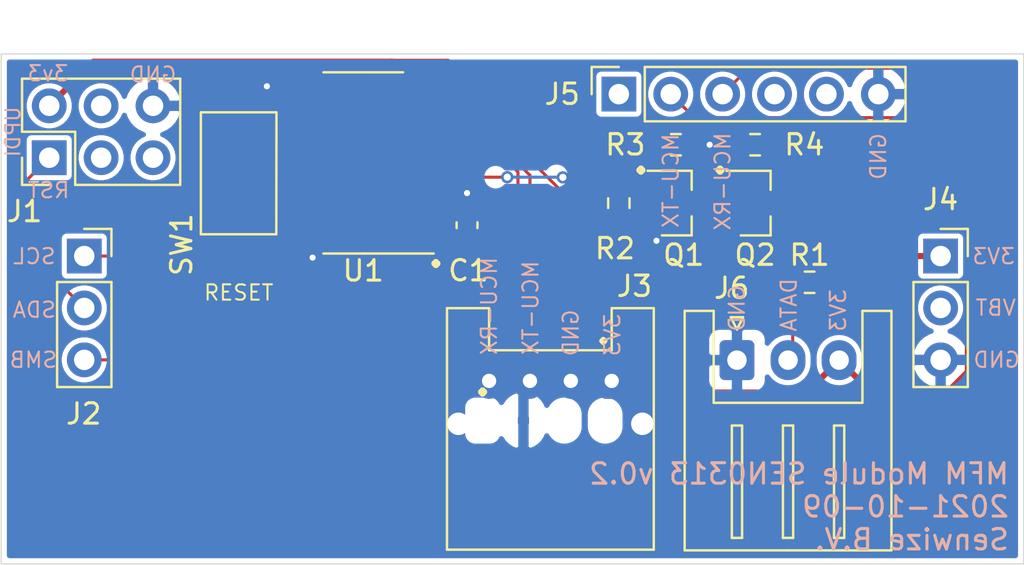
<source format=kicad_pcb>
(kicad_pcb (version 20171130) (host pcbnew "(5.1.10-1-10_14)")

  (general
    (thickness 1.6)
    (drawings 30)
    (tracks 127)
    (zones 0)
    (modules 15)
    (nets 16)
  )

  (page A4)
  (layers
    (0 F.Cu signal)
    (31 B.Cu signal)
    (32 B.Adhes user)
    (33 F.Adhes user)
    (34 B.Paste user)
    (35 F.Paste user)
    (36 B.SilkS user)
    (37 F.SilkS user)
    (38 B.Mask user)
    (39 F.Mask user)
    (40 Dwgs.User user)
    (41 Cmts.User user)
    (42 Eco1.User user)
    (43 Eco2.User user)
    (44 Edge.Cuts user)
    (45 Margin user)
    (46 B.CrtYd user)
    (47 F.CrtYd user)
    (48 B.Fab user hide)
    (49 F.Fab user hide)
  )

  (setup
    (last_trace_width 0.15)
    (user_trace_width 0.3)
    (user_trace_width 0.5)
    (trace_clearance 0.15)
    (zone_clearance 0.25)
    (zone_45_only no)
    (trace_min 0.15)
    (via_size 0.6)
    (via_drill 0.35)
    (via_min_size 0.6)
    (via_min_drill 0.3)
    (user_via 0.6 0.35)
    (uvia_size 0.2)
    (uvia_drill 0.1)
    (uvias_allowed no)
    (uvia_min_size 0.2)
    (uvia_min_drill 0.1)
    (edge_width 0.05)
    (segment_width 0.2)
    (pcb_text_width 0.3)
    (pcb_text_size 1.5 1.5)
    (mod_edge_width 0.12)
    (mod_text_size 1 1)
    (mod_text_width 0.15)
    (pad_size 1.524 1.524)
    (pad_drill 0.762)
    (pad_to_mask_clearance 0)
    (aux_axis_origin 136.779 101.981)
    (visible_elements 7FFFFFFF)
    (pcbplotparams
      (layerselection 0x010fc_ffffffff)
      (usegerberextensions false)
      (usegerberattributes true)
      (usegerberadvancedattributes true)
      (creategerberjobfile false)
      (excludeedgelayer true)
      (linewidth 0.100000)
      (plotframeref false)
      (viasonmask false)
      (mode 1)
      (useauxorigin true)
      (hpglpennumber 1)
      (hpglpenspeed 20)
      (hpglpendiameter 15.000000)
      (psnegative false)
      (psa4output false)
      (plotreference true)
      (plotvalue true)
      (plotinvisibletext false)
      (padsonsilk false)
      (subtractmaskfromsilk false)
      (outputformat 1)
      (mirror false)
      (drillshape 0)
      (scaleselection 1)
      (outputdirectory "Fabrication/"))
  )

  (net 0 "")
  (net 1 GND)
  (net 2 +3V3)
  (net 3 SMBALERT)
  (net 4 I2C_SDA)
  (net 5 I2C_SCL)
  (net 6 RESET)
  (net 7 MCU_TX)
  (net 8 MCU_RX)
  (net 9 ONEWIRE)
  (net 10 "Net-(Q1-Pad3)")
  (net 11 "Net-(Q1-Pad1)")
  (net 12 SENSORS_ON)
  (net 13 +3V3_SW)
  (net 14 MCU_TX_DEBUG)
  (net 15 MCU_RX_DEBUG)

  (net_class Default "This is the default net class."
    (clearance 0.15)
    (trace_width 0.15)
    (via_dia 0.6)
    (via_drill 0.35)
    (uvia_dia 0.2)
    (uvia_drill 0.1)
    (diff_pair_width 0.1524)
    (diff_pair_gap 0.254)
    (add_net I2C_SCL)
    (add_net I2C_SDA)
    (add_net MCU_RX)
    (add_net MCU_RX_DEBUG)
    (add_net MCU_TX)
    (add_net MCU_TX_DEBUG)
    (add_net "Net-(Q1-Pad1)")
    (add_net "Net-(Q1-Pad3)")
    (add_net ONEWIRE)
    (add_net RESET)
    (add_net SENSORS_ON)
    (add_net SMBALERT)
  )

  (net_class GND ""
    (clearance 0.15)
    (trace_width 0.5)
    (via_dia 0.6)
    (via_drill 0.35)
    (uvia_dia 0.2)
    (uvia_drill 0.1)
    (diff_pair_width 0.1524)
    (diff_pair_gap 0.254)
    (add_net GND)
  )

  (net_class MountingHoles ""
    (clearance 0.15)
    (trace_width 0.15)
    (via_dia 0.6)
    (via_drill 0.35)
    (uvia_dia 0.2)
    (uvia_drill 0.1)
    (diff_pair_width 0.1524)
    (diff_pair_gap 0.254)
  )

  (net_class Power ""
    (clearance 0.15)
    (trace_width 0.3)
    (via_dia 0.6)
    (via_drill 0.35)
    (uvia_dia 0.2)
    (uvia_drill 0.1)
    (diff_pair_width 0.1524)
    (diff_pair_gap 0.254)
    (add_net +3V3)
    (add_net +3V3_SW)
  )

  (module custom_library_FP:JST_PA_S04B-PASK-2_1x04_P2.00mm_Horizontal (layer F.Cu) (tedit 60B22F4D) (tstamp 60B22E01)
    (at 160.655 93.0275)
    (descr "JST PHA series connector, S09B-PASK-2 (http://www.jst-mfg.com/product/pdf/eng/ePA.pdf)")
    (tags "connector JST PA side entry")
    (path /60987959)
    (fp_text reference J3 (at 7.112 -4.6355) (layer F.SilkS)
      (effects (font (size 1 1) (thickness 0.15)))
    )
    (fp_text value "SEN0313 Header" (at 3 9.7) (layer F.Fab)
      (effects (font (size 1 1) (thickness 0.15)))
    )
    (fp_line (start 6 -3.56) (end 8.06 -3.56) (layer F.SilkS) (width 0.12))
    (fp_line (start 6 -1.5) (end 6 -3.56) (layer F.SilkS) (width 0.12))
    (fp_line (start 0 -1.5) (end 0 -3.56) (layer F.SilkS) (width 0.12))
    (fp_line (start 0 -1.5) (end 6 -1.5) (layer F.SilkS) (width 0.12))
    (fp_line (start 8.45 -3.95) (end -2.45 -3.95) (layer F.CrtYd) (width 0.05))
    (fp_line (start 8.45 8.65) (end 8.45 -3.95) (layer F.CrtYd) (width 0.05))
    (fp_line (start -2.45 8.65) (end 8.45 8.65) (layer F.CrtYd) (width 0.05))
    (fp_line (start -2.45 -3.95) (end -2.45 8.65) (layer F.CrtYd) (width 0.05))
    (fp_line (start 7.95 -3.45) (end -1.95 -3.45) (layer F.Fab) (width 0.1))
    (fp_line (start 7.95 8.15) (end 7.95 -3.45) (layer F.Fab) (width 0.1))
    (fp_line (start -1.95 8.15) (end 7.95 8.15) (layer F.Fab) (width 0.1))
    (fp_line (start -1.95 -3.45) (end -1.95 8.15) (layer F.Fab) (width 0.1))
    (fp_line (start 0 -3.56) (end -2.06 -3.56) (layer F.SilkS) (width 0.12))
    (fp_line (start 8.06 8.26) (end 8.06 -3.56) (layer F.SilkS) (width 0.12))
    (fp_line (start -2.06 8.26) (end 8.06 8.26) (layer F.SilkS) (width 0.12))
    (fp_line (start -2.06 -3.56) (end -2.06 8.26) (layer F.SilkS) (width 0.12))
    (fp_text user . (at 5.588 -2.5654) (layer F.SilkS)
      (effects (font (size 1.5 1.5) (thickness 0.25)))
    )
    (fp_text user %R (at 3 7.2) (layer F.Fab)
      (effects (font (size 1 1) (thickness 0.15)))
    )
    (pad "" np_thru_hole oval (at -1.5 2.1) (size 1.1 1.1) (drill 1.1) (layers *.Cu *.Mask))
    (pad 1 thru_hole roundrect (at 6 0) (size 1.2 1.75) (drill 0.7) (layers *.Cu *.Mask) (roundrect_rratio 0.25)
      (net 13 +3V3_SW))
    (pad 2 thru_hole oval (at 4 0) (size 1.2 1.75) (drill 0.7) (layers *.Cu *.Mask)
      (net 1 GND))
    (pad 3 thru_hole oval (at 2 0) (size 1.2 1.75) (drill 0.7) (layers *.Cu *.Mask)
      (net 7 MCU_TX))
    (pad 4 thru_hole oval (at 0 0) (size 1.2 1.75) (drill 0.7) (layers *.Cu *.Mask)
      (net 8 MCU_RX))
    (pad "" np_thru_hole oval (at 7.5 2.1) (size 1.1 1.1) (drill 1.1) (layers *.Cu *.Mask))
    (model ${KISYS3DMOD}/Connector_JST.3dshapes/JST_PA_S04B-PASK-2_1x04_P2.00MM_Horizontal.wrl
      (at (xyz 0 0 0))
      (scale (xyz 1 1 1))
      (rotate (xyz 0 0 0))
    )
  )

  (module Connector_PinHeader_2.54mm:PinHeader_2x03_P2.54mm_Vertical (layer F.Cu) (tedit 59FED5CC) (tstamp 608819E2)
    (at 139.1285 82.1055 90)
    (descr "Through hole straight pin header, 2x03, 2.54mm pitch, double rows")
    (tags "Through hole pin header THT 2x03 2.54mm double row")
    (path /60CBF88F)
    (fp_text reference J1 (at -2.6289 -1.2065 180) (layer F.SilkS)
      (effects (font (size 1 1) (thickness 0.15)))
    )
    (fp_text value Program_conn (at 1.27 7.41 90) (layer F.Fab)
      (effects (font (size 1 1) (thickness 0.15)))
    )
    (fp_line (start 0 -1.27) (end 3.81 -1.27) (layer F.Fab) (width 0.1))
    (fp_line (start 3.81 -1.27) (end 3.81 6.35) (layer F.Fab) (width 0.1))
    (fp_line (start 3.81 6.35) (end -1.27 6.35) (layer F.Fab) (width 0.1))
    (fp_line (start -1.27 6.35) (end -1.27 0) (layer F.Fab) (width 0.1))
    (fp_line (start -1.27 0) (end 0 -1.27) (layer F.Fab) (width 0.1))
    (fp_line (start -1.33 6.41) (end 3.87 6.41) (layer F.SilkS) (width 0.12))
    (fp_line (start -1.33 1.27) (end -1.33 6.41) (layer F.SilkS) (width 0.12))
    (fp_line (start 3.87 -1.33) (end 3.87 6.41) (layer F.SilkS) (width 0.12))
    (fp_line (start -1.33 1.27) (end 1.27 1.27) (layer F.SilkS) (width 0.12))
    (fp_line (start 1.27 1.27) (end 1.27 -1.33) (layer F.SilkS) (width 0.12))
    (fp_line (start 1.27 -1.33) (end 3.87 -1.33) (layer F.SilkS) (width 0.12))
    (fp_line (start -1.33 0) (end -1.33 -1.33) (layer F.SilkS) (width 0.12))
    (fp_line (start -1.33 -1.33) (end 0 -1.33) (layer F.SilkS) (width 0.12))
    (fp_line (start -1.8 -1.8) (end -1.8 6.85) (layer F.CrtYd) (width 0.05))
    (fp_line (start -1.8 6.85) (end 4.35 6.85) (layer F.CrtYd) (width 0.05))
    (fp_line (start 4.35 6.85) (end 4.35 -1.8) (layer F.CrtYd) (width 0.05))
    (fp_line (start 4.35 -1.8) (end -1.8 -1.8) (layer F.CrtYd) (width 0.05))
    (fp_text user %R (at 1.27 2.54) (layer F.Fab)
      (effects (font (size 1 1) (thickness 0.15)))
    )
    (pad 1 thru_hole rect (at 0 0 90) (size 1.7 1.7) (drill 1) (layers *.Cu *.Mask)
      (net 6 RESET))
    (pad 2 thru_hole oval (at 2.54 0 90) (size 1.7 1.7) (drill 1) (layers *.Cu *.Mask)
      (net 2 +3V3))
    (pad 3 thru_hole oval (at 0 2.54 90) (size 1.7 1.7) (drill 1) (layers *.Cu *.Mask))
    (pad 4 thru_hole oval (at 2.54 2.54 90) (size 1.7 1.7) (drill 1) (layers *.Cu *.Mask))
    (pad 5 thru_hole oval (at 0 5.08 90) (size 1.7 1.7) (drill 1) (layers *.Cu *.Mask))
    (pad 6 thru_hole oval (at 2.54 5.08 90) (size 1.7 1.7) (drill 1) (layers *.Cu *.Mask)
      (net 1 GND))
    (model ${KISYS3DMOD}/Connector_PinHeader_2.54mm.3dshapes/PinHeader_2x03_P2.54mm_Vertical.wrl
      (at (xyz 0 0 0))
      (scale (xyz 1 1 1))
      (rotate (xyz 0 0 0))
    )
  )

  (module Capacitor_SMD:C_0603_1608Metric (layer F.Cu) (tedit 5F68FEEE) (tstamp 6096C600)
    (at 159.5755 85.4075 270)
    (descr "Capacitor SMD 0603 (1608 Metric), square (rectangular) end terminal, IPC_7351 nominal, (Body size source: IPC-SM-782 page 76, https://www.pcb-3d.com/wordpress/wp-content/uploads/ipc-sm-782a_amendment_1_and_2.pdf), generated with kicad-footprint-generator")
    (tags capacitor)
    (path /60C0AC87)
    (attr smd)
    (fp_text reference C1 (at 2.2225 -0.0635 180) (layer F.SilkS)
      (effects (font (size 1 1) (thickness 0.15)))
    )
    (fp_text value 100nF (at 0 1.43 90) (layer F.Fab)
      (effects (font (size 1 1) (thickness 0.15)))
    )
    (fp_line (start 1.48 0.73) (end -1.48 0.73) (layer F.CrtYd) (width 0.05))
    (fp_line (start 1.48 -0.73) (end 1.48 0.73) (layer F.CrtYd) (width 0.05))
    (fp_line (start -1.48 -0.73) (end 1.48 -0.73) (layer F.CrtYd) (width 0.05))
    (fp_line (start -1.48 0.73) (end -1.48 -0.73) (layer F.CrtYd) (width 0.05))
    (fp_line (start -0.14058 0.51) (end 0.14058 0.51) (layer F.SilkS) (width 0.12))
    (fp_line (start -0.14058 -0.51) (end 0.14058 -0.51) (layer F.SilkS) (width 0.12))
    (fp_line (start 0.8 0.4) (end -0.8 0.4) (layer F.Fab) (width 0.1))
    (fp_line (start 0.8 -0.4) (end 0.8 0.4) (layer F.Fab) (width 0.1))
    (fp_line (start -0.8 -0.4) (end 0.8 -0.4) (layer F.Fab) (width 0.1))
    (fp_line (start -0.8 0.4) (end -0.8 -0.4) (layer F.Fab) (width 0.1))
    (fp_text user %R (at 0 0 90) (layer F.Fab)
      (effects (font (size 0.4 0.4) (thickness 0.06)))
    )
    (pad 1 smd roundrect (at -0.775 0 270) (size 0.9 0.95) (layers F.Cu F.Paste F.Mask) (roundrect_rratio 0.25)
      (net 1 GND))
    (pad 2 smd roundrect (at 0.775 0 270) (size 0.9 0.95) (layers F.Cu F.Paste F.Mask) (roundrect_rratio 0.25)
      (net 2 +3V3))
    (model ${KISYS3DMOD}/Capacitor_SMD.3dshapes/C_0603_1608Metric.wrl
      (at (xyz 0 0 0))
      (scale (xyz 1 1 1))
      (rotate (xyz 0 0 0))
    )
  )

  (module Resistor_SMD:R_0603_1608Metric (layer F.Cu) (tedit 5F68FEEE) (tstamp 6097317D)
    (at 176.3395 88.2015 180)
    (descr "Resistor SMD 0603 (1608 Metric), square (rectangular) end terminal, IPC_7351 nominal, (Body size source: IPC-SM-782 page 72, https://www.pcb-3d.com/wordpress/wp-content/uploads/ipc-sm-782a_amendment_1_and_2.pdf), generated with kicad-footprint-generator")
    (tags resistor)
    (path /6099014D)
    (attr smd)
    (fp_text reference R1 (at 0 1.3335) (layer F.SilkS)
      (effects (font (size 1 1) (thickness 0.15)))
    )
    (fp_text value 4k7 (at 0 1.43) (layer F.Fab)
      (effects (font (size 1 1) (thickness 0.15)))
    )
    (fp_line (start 1.48 0.73) (end -1.48 0.73) (layer F.CrtYd) (width 0.05))
    (fp_line (start 1.48 -0.73) (end 1.48 0.73) (layer F.CrtYd) (width 0.05))
    (fp_line (start -1.48 -0.73) (end 1.48 -0.73) (layer F.CrtYd) (width 0.05))
    (fp_line (start -1.48 0.73) (end -1.48 -0.73) (layer F.CrtYd) (width 0.05))
    (fp_line (start -0.237258 0.5225) (end 0.237258 0.5225) (layer F.SilkS) (width 0.12))
    (fp_line (start -0.237258 -0.5225) (end 0.237258 -0.5225) (layer F.SilkS) (width 0.12))
    (fp_line (start 0.8 0.4125) (end -0.8 0.4125) (layer F.Fab) (width 0.1))
    (fp_line (start 0.8 -0.4125) (end 0.8 0.4125) (layer F.Fab) (width 0.1))
    (fp_line (start -0.8 -0.4125) (end 0.8 -0.4125) (layer F.Fab) (width 0.1))
    (fp_line (start -0.8 0.4125) (end -0.8 -0.4125) (layer F.Fab) (width 0.1))
    (fp_text user %R (at 0 0) (layer F.Fab)
      (effects (font (size 0.4 0.4) (thickness 0.06)))
    )
    (pad 1 smd roundrect (at -0.825 0 180) (size 0.8 0.95) (layers F.Cu F.Paste F.Mask) (roundrect_rratio 0.25)
      (net 2 +3V3))
    (pad 2 smd roundrect (at 0.825 0 180) (size 0.8 0.95) (layers F.Cu F.Paste F.Mask) (roundrect_rratio 0.25)
      (net 9 ONEWIRE))
    (model ${KISYS3DMOD}/Resistor_SMD.3dshapes/R_0603_1608Metric.wrl
      (at (xyz 0 0 0))
      (scale (xyz 1 1 1))
      (rotate (xyz 0 0 0))
    )
  )

  (module Connector_JST:JST_XH_S3B-XH-A_1x03_P2.50mm_Horizontal (layer F.Cu) (tedit 5C281475) (tstamp 60972FBC)
    (at 172.786001 92.0115)
    (descr "JST XH series connector, S3B-XH-A (http://www.jst-mfg.com/product/pdf/eng/eXH.pdf), generated with kicad-footprint-generator")
    (tags "connector JST XH horizontal")
    (path /6098BE9B)
    (fp_text reference J6 (at -0.256501 -3.523501) (layer F.SilkS)
      (effects (font (size 1 1) (thickness 0.15)))
    )
    (fp_text value DS18B20 (at 2.5 10.4) (layer F.Fab)
      (effects (font (size 1 1) (thickness 0.15)))
    )
    (fp_line (start 0 1.2) (end 0.625 2.2) (layer F.Fab) (width 0.1))
    (fp_line (start -0.625 2.2) (end 0 1.2) (layer F.Fab) (width 0.1))
    (fp_line (start 0.3 -2.1) (end 0 -1.5) (layer F.SilkS) (width 0.12))
    (fp_line (start -0.3 -2.1) (end 0.3 -2.1) (layer F.SilkS) (width 0.12))
    (fp_line (start 0 -1.5) (end -0.3 -2.1) (layer F.SilkS) (width 0.12))
    (fp_line (start 5.25 3.2) (end 4.75 3.2) (layer F.SilkS) (width 0.12))
    (fp_line (start 5.25 8.7) (end 5.25 3.2) (layer F.SilkS) (width 0.12))
    (fp_line (start 4.75 8.7) (end 5.25 8.7) (layer F.SilkS) (width 0.12))
    (fp_line (start 4.75 3.2) (end 4.75 8.7) (layer F.SilkS) (width 0.12))
    (fp_line (start 2.75 3.2) (end 2.25 3.2) (layer F.SilkS) (width 0.12))
    (fp_line (start 2.75 8.7) (end 2.75 3.2) (layer F.SilkS) (width 0.12))
    (fp_line (start 2.25 8.7) (end 2.75 8.7) (layer F.SilkS) (width 0.12))
    (fp_line (start 2.25 3.2) (end 2.25 8.7) (layer F.SilkS) (width 0.12))
    (fp_line (start 0.25 3.2) (end -0.25 3.2) (layer F.SilkS) (width 0.12))
    (fp_line (start 0.25 8.7) (end 0.25 3.2) (layer F.SilkS) (width 0.12))
    (fp_line (start -0.25 8.7) (end 0.25 8.7) (layer F.SilkS) (width 0.12))
    (fp_line (start -0.25 3.2) (end -0.25 8.7) (layer F.SilkS) (width 0.12))
    (fp_line (start 6.25 2.2) (end 2.5 2.2) (layer F.Fab) (width 0.1))
    (fp_line (start 6.25 -2.3) (end 6.25 2.2) (layer F.Fab) (width 0.1))
    (fp_line (start 7.45 -2.3) (end 6.25 -2.3) (layer F.Fab) (width 0.1))
    (fp_line (start 7.45 9.2) (end 7.45 -2.3) (layer F.Fab) (width 0.1))
    (fp_line (start 2.5 9.2) (end 7.45 9.2) (layer F.Fab) (width 0.1))
    (fp_line (start -1.25 2.2) (end 2.5 2.2) (layer F.Fab) (width 0.1))
    (fp_line (start -1.25 -2.3) (end -1.25 2.2) (layer F.Fab) (width 0.1))
    (fp_line (start -2.45 -2.3) (end -1.25 -2.3) (layer F.Fab) (width 0.1))
    (fp_line (start -2.45 9.2) (end -2.45 -2.3) (layer F.Fab) (width 0.1))
    (fp_line (start 2.5 9.2) (end -2.45 9.2) (layer F.Fab) (width 0.1))
    (fp_line (start 6.14 2.09) (end 2.5 2.09) (layer F.SilkS) (width 0.12))
    (fp_line (start 6.14 -2.41) (end 6.14 2.09) (layer F.SilkS) (width 0.12))
    (fp_line (start 7.56 -2.41) (end 6.14 -2.41) (layer F.SilkS) (width 0.12))
    (fp_line (start 7.56 9.31) (end 7.56 -2.41) (layer F.SilkS) (width 0.12))
    (fp_line (start 2.5 9.31) (end 7.56 9.31) (layer F.SilkS) (width 0.12))
    (fp_line (start -1.14 2.09) (end 2.5 2.09) (layer F.SilkS) (width 0.12))
    (fp_line (start -1.14 -2.41) (end -1.14 2.09) (layer F.SilkS) (width 0.12))
    (fp_line (start -2.56 -2.41) (end -1.14 -2.41) (layer F.SilkS) (width 0.12))
    (fp_line (start -2.56 9.31) (end -2.56 -2.41) (layer F.SilkS) (width 0.12))
    (fp_line (start 2.5 9.31) (end -2.56 9.31) (layer F.SilkS) (width 0.12))
    (fp_line (start 7.95 -2.8) (end -2.95 -2.8) (layer F.CrtYd) (width 0.05))
    (fp_line (start 7.95 9.7) (end 7.95 -2.8) (layer F.CrtYd) (width 0.05))
    (fp_line (start -2.95 9.7) (end 7.95 9.7) (layer F.CrtYd) (width 0.05))
    (fp_line (start -2.95 -2.8) (end -2.95 9.7) (layer F.CrtYd) (width 0.05))
    (fp_text user %R (at 2.5 3.45) (layer F.Fab)
      (effects (font (size 1 1) (thickness 0.15)))
    )
    (pad 1 thru_hole roundrect (at 0 0) (size 1.7 1.95) (drill 0.95) (layers *.Cu *.Mask) (roundrect_rratio 0.1470588235294118)
      (net 1 GND))
    (pad 2 thru_hole oval (at 2.5 0) (size 1.7 1.95) (drill 0.95) (layers *.Cu *.Mask)
      (net 9 ONEWIRE))
    (pad 3 thru_hole oval (at 5 0) (size 1.7 1.95) (drill 0.95) (layers *.Cu *.Mask)
      (net 13 +3V3_SW))
    (model ${KISYS3DMOD}/Connector_JST.3dshapes/JST_XH_S3B-XH-A_1x03_P2.50mm_Horizontal.wrl
      (at (xyz 0 0 0))
      (scale (xyz 1 1 1))
      (rotate (xyz 0 0 0))
    )
  )

  (module Package_TO_SOT_SMD:SOT-23 (layer F.Cu) (tedit 5A02FF57) (tstamp 60975156)
    (at 169.809501 84.325001)
    (descr "SOT-23, Standard")
    (tags SOT-23)
    (path /609CD220)
    (attr smd)
    (fp_text reference Q1 (at 0.370499 2.542999) (layer F.SilkS)
      (effects (font (size 1 1) (thickness 0.15)))
    )
    (fp_text value Q_NMOS_GSD (at 0 2.5) (layer F.Fab)
      (effects (font (size 1 1) (thickness 0.15)))
    )
    (fp_line (start -0.7 -0.95) (end -0.7 1.5) (layer F.Fab) (width 0.1))
    (fp_line (start -0.15 -1.52) (end 0.7 -1.52) (layer F.Fab) (width 0.1))
    (fp_line (start -0.7 -0.95) (end -0.15 -1.52) (layer F.Fab) (width 0.1))
    (fp_line (start 0.7 -1.52) (end 0.7 1.52) (layer F.Fab) (width 0.1))
    (fp_line (start -0.7 1.52) (end 0.7 1.52) (layer F.Fab) (width 0.1))
    (fp_line (start 0.76 1.58) (end 0.76 0.65) (layer F.SilkS) (width 0.12))
    (fp_line (start 0.76 -1.58) (end 0.76 -0.65) (layer F.SilkS) (width 0.12))
    (fp_line (start -1.7 -1.75) (end 1.7 -1.75) (layer F.CrtYd) (width 0.05))
    (fp_line (start 1.7 -1.75) (end 1.7 1.75) (layer F.CrtYd) (width 0.05))
    (fp_line (start 1.7 1.75) (end -1.7 1.75) (layer F.CrtYd) (width 0.05))
    (fp_line (start -1.7 1.75) (end -1.7 -1.75) (layer F.CrtYd) (width 0.05))
    (fp_line (start 0.76 -1.58) (end -1.4 -1.58) (layer F.SilkS) (width 0.12))
    (fp_line (start 0.76 1.58) (end -0.7 1.58) (layer F.SilkS) (width 0.12))
    (fp_text user %R (at 0 0 90) (layer F.Fab)
      (effects (font (size 0.5 0.5) (thickness 0.075)))
    )
    (pad 3 smd rect (at 1 0) (size 0.9 0.8) (layers F.Cu F.Paste F.Mask)
      (net 10 "Net-(Q1-Pad3)"))
    (pad 2 smd rect (at -1 0.95) (size 0.9 0.8) (layers F.Cu F.Paste F.Mask)
      (net 1 GND))
    (pad 1 smd rect (at -1 -0.95) (size 0.9 0.8) (layers F.Cu F.Paste F.Mask)
      (net 11 "Net-(Q1-Pad1)"))
    (model ${KISYS3DMOD}/Package_TO_SOT_SMD.3dshapes/SOT-23.wrl
      (at (xyz 0 0 0))
      (scale (xyz 1 1 1))
      (rotate (xyz 0 0 0))
    )
  )

  (module Package_TO_SOT_SMD:SOT-23 (layer F.Cu) (tedit 5A02FF57) (tstamp 6097516B)
    (at 173.6725 84.328)
    (descr "SOT-23, Standard")
    (tags SOT-23)
    (path /609CBFBD)
    (attr smd)
    (fp_text reference Q2 (at 0 2.54) (layer F.SilkS)
      (effects (font (size 1 1) (thickness 0.15)))
    )
    (fp_text value Q_PMOS_GSD (at 0 2.5) (layer F.Fab)
      (effects (font (size 1 1) (thickness 0.15)))
    )
    (fp_line (start 0.76 1.58) (end -0.7 1.58) (layer F.SilkS) (width 0.12))
    (fp_line (start 0.76 -1.58) (end -1.4 -1.58) (layer F.SilkS) (width 0.12))
    (fp_line (start -1.7 1.75) (end -1.7 -1.75) (layer F.CrtYd) (width 0.05))
    (fp_line (start 1.7 1.75) (end -1.7 1.75) (layer F.CrtYd) (width 0.05))
    (fp_line (start 1.7 -1.75) (end 1.7 1.75) (layer F.CrtYd) (width 0.05))
    (fp_line (start -1.7 -1.75) (end 1.7 -1.75) (layer F.CrtYd) (width 0.05))
    (fp_line (start 0.76 -1.58) (end 0.76 -0.65) (layer F.SilkS) (width 0.12))
    (fp_line (start 0.76 1.58) (end 0.76 0.65) (layer F.SilkS) (width 0.12))
    (fp_line (start -0.7 1.52) (end 0.7 1.52) (layer F.Fab) (width 0.1))
    (fp_line (start 0.7 -1.52) (end 0.7 1.52) (layer F.Fab) (width 0.1))
    (fp_line (start -0.7 -0.95) (end -0.15 -1.52) (layer F.Fab) (width 0.1))
    (fp_line (start -0.15 -1.52) (end 0.7 -1.52) (layer F.Fab) (width 0.1))
    (fp_line (start -0.7 -0.95) (end -0.7 1.5) (layer F.Fab) (width 0.1))
    (fp_text user %R (at 0 0 90) (layer F.Fab)
      (effects (font (size 0.5 0.5) (thickness 0.075)))
    )
    (pad 1 smd rect (at -1 -0.95) (size 0.9 0.8) (layers F.Cu F.Paste F.Mask)
      (net 10 "Net-(Q1-Pad3)"))
    (pad 2 smd rect (at -1 0.95) (size 0.9 0.8) (layers F.Cu F.Paste F.Mask)
      (net 2 +3V3))
    (pad 3 smd rect (at 1 0) (size 0.9 0.8) (layers F.Cu F.Paste F.Mask)
      (net 13 +3V3_SW))
    (model ${KISYS3DMOD}/Package_TO_SOT_SMD.3dshapes/SOT-23.wrl
      (at (xyz 0 0 0))
      (scale (xyz 1 1 1))
      (rotate (xyz 0 0 0))
    )
  )

  (module Resistor_SMD:R_0603_1608Metric (layer F.Cu) (tedit 5F68FEEE) (tstamp 6097517C)
    (at 167.005 84.328 270)
    (descr "Resistor SMD 0603 (1608 Metric), square (rectangular) end terminal, IPC_7351 nominal, (Body size source: IPC-SM-782 page 72, https://www.pcb-3d.com/wordpress/wp-content/uploads/ipc-sm-782a_amendment_1_and_2.pdf), generated with kicad-footprint-generator")
    (tags resistor)
    (path /609D98EC)
    (attr smd)
    (fp_text reference R2 (at 2.2225 0.1905) (layer F.SilkS)
      (effects (font (size 1 1) (thickness 0.15)))
    )
    (fp_text value 100R (at 0 1.43 90) (layer F.Fab)
      (effects (font (size 1 1) (thickness 0.15)))
    )
    (fp_line (start 1.48 0.73) (end -1.48 0.73) (layer F.CrtYd) (width 0.05))
    (fp_line (start 1.48 -0.73) (end 1.48 0.73) (layer F.CrtYd) (width 0.05))
    (fp_line (start -1.48 -0.73) (end 1.48 -0.73) (layer F.CrtYd) (width 0.05))
    (fp_line (start -1.48 0.73) (end -1.48 -0.73) (layer F.CrtYd) (width 0.05))
    (fp_line (start -0.237258 0.5225) (end 0.237258 0.5225) (layer F.SilkS) (width 0.12))
    (fp_line (start -0.237258 -0.5225) (end 0.237258 -0.5225) (layer F.SilkS) (width 0.12))
    (fp_line (start 0.8 0.4125) (end -0.8 0.4125) (layer F.Fab) (width 0.1))
    (fp_line (start 0.8 -0.4125) (end 0.8 0.4125) (layer F.Fab) (width 0.1))
    (fp_line (start -0.8 -0.4125) (end 0.8 -0.4125) (layer F.Fab) (width 0.1))
    (fp_line (start -0.8 0.4125) (end -0.8 -0.4125) (layer F.Fab) (width 0.1))
    (fp_text user %R (at 0 0 90) (layer F.Fab)
      (effects (font (size 0.4 0.4) (thickness 0.06)))
    )
    (pad 1 smd roundrect (at -0.825 0 270) (size 0.8 0.95) (layers F.Cu F.Paste F.Mask) (roundrect_rratio 0.25)
      (net 11 "Net-(Q1-Pad1)"))
    (pad 2 smd roundrect (at 0.825 0 270) (size 0.8 0.95) (layers F.Cu F.Paste F.Mask) (roundrect_rratio 0.25)
      (net 12 SENSORS_ON))
    (model ${KISYS3DMOD}/Resistor_SMD.3dshapes/R_0603_1608Metric.wrl
      (at (xyz 0 0 0))
      (scale (xyz 1 1 1))
      (rotate (xyz 0 0 0))
    )
  )

  (module Resistor_SMD:R_0603_1608Metric (layer F.Cu) (tedit 5F68FEEE) (tstamp 6097518D)
    (at 169.799 81.4705)
    (descr "Resistor SMD 0603 (1608 Metric), square (rectangular) end terminal, IPC_7351 nominal, (Body size source: IPC-SM-782 page 72, https://www.pcb-3d.com/wordpress/wp-content/uploads/ipc-sm-782a_amendment_1_and_2.pdf), generated with kicad-footprint-generator")
    (tags resistor)
    (path /609D629A)
    (attr smd)
    (fp_text reference R3 (at -2.4765 0) (layer F.SilkS)
      (effects (font (size 1 1) (thickness 0.15)))
    )
    (fp_text value 10k (at 0 1.43) (layer F.Fab)
      (effects (font (size 1 1) (thickness 0.15)))
    )
    (fp_line (start -0.8 0.4125) (end -0.8 -0.4125) (layer F.Fab) (width 0.1))
    (fp_line (start -0.8 -0.4125) (end 0.8 -0.4125) (layer F.Fab) (width 0.1))
    (fp_line (start 0.8 -0.4125) (end 0.8 0.4125) (layer F.Fab) (width 0.1))
    (fp_line (start 0.8 0.4125) (end -0.8 0.4125) (layer F.Fab) (width 0.1))
    (fp_line (start -0.237258 -0.5225) (end 0.237258 -0.5225) (layer F.SilkS) (width 0.12))
    (fp_line (start -0.237258 0.5225) (end 0.237258 0.5225) (layer F.SilkS) (width 0.12))
    (fp_line (start -1.48 0.73) (end -1.48 -0.73) (layer F.CrtYd) (width 0.05))
    (fp_line (start -1.48 -0.73) (end 1.48 -0.73) (layer F.CrtYd) (width 0.05))
    (fp_line (start 1.48 -0.73) (end 1.48 0.73) (layer F.CrtYd) (width 0.05))
    (fp_line (start 1.48 0.73) (end -1.48 0.73) (layer F.CrtYd) (width 0.05))
    (fp_text user %R (at 0 0) (layer F.Fab)
      (effects (font (size 0.4 0.4) (thickness 0.06)))
    )
    (pad 2 smd roundrect (at 0.825 0) (size 0.8 0.95) (layers F.Cu F.Paste F.Mask) (roundrect_rratio 0.25)
      (net 1 GND))
    (pad 1 smd roundrect (at -0.825 0) (size 0.8 0.95) (layers F.Cu F.Paste F.Mask) (roundrect_rratio 0.25)
      (net 11 "Net-(Q1-Pad1)"))
    (model ${KISYS3DMOD}/Resistor_SMD.3dshapes/R_0603_1608Metric.wrl
      (at (xyz 0 0 0))
      (scale (xyz 1 1 1))
      (rotate (xyz 0 0 0))
    )
  )

  (module Resistor_SMD:R_0603_1608Metric (layer F.Cu) (tedit 5F68FEEE) (tstamp 6097519E)
    (at 173.6725 81.4705 180)
    (descr "Resistor SMD 0603 (1608 Metric), square (rectangular) end terminal, IPC_7351 nominal, (Body size source: IPC-SM-782 page 72, https://www.pcb-3d.com/wordpress/wp-content/uploads/ipc-sm-782a_amendment_1_and_2.pdf), generated with kicad-footprint-generator")
    (tags resistor)
    (path /609CECE9)
    (attr smd)
    (fp_text reference R4 (at -2.413 0) (layer F.SilkS)
      (effects (font (size 1 1) (thickness 0.15)))
    )
    (fp_text value 10k (at 0 1.43) (layer F.Fab)
      (effects (font (size 1 1) (thickness 0.15)))
    )
    (fp_line (start 1.48 0.73) (end -1.48 0.73) (layer F.CrtYd) (width 0.05))
    (fp_line (start 1.48 -0.73) (end 1.48 0.73) (layer F.CrtYd) (width 0.05))
    (fp_line (start -1.48 -0.73) (end 1.48 -0.73) (layer F.CrtYd) (width 0.05))
    (fp_line (start -1.48 0.73) (end -1.48 -0.73) (layer F.CrtYd) (width 0.05))
    (fp_line (start -0.237258 0.5225) (end 0.237258 0.5225) (layer F.SilkS) (width 0.12))
    (fp_line (start -0.237258 -0.5225) (end 0.237258 -0.5225) (layer F.SilkS) (width 0.12))
    (fp_line (start 0.8 0.4125) (end -0.8 0.4125) (layer F.Fab) (width 0.1))
    (fp_line (start 0.8 -0.4125) (end 0.8 0.4125) (layer F.Fab) (width 0.1))
    (fp_line (start -0.8 -0.4125) (end 0.8 -0.4125) (layer F.Fab) (width 0.1))
    (fp_line (start -0.8 0.4125) (end -0.8 -0.4125) (layer F.Fab) (width 0.1))
    (fp_text user %R (at 0 0) (layer F.Fab)
      (effects (font (size 0.4 0.4) (thickness 0.06)))
    )
    (pad 1 smd roundrect (at -0.825 0 180) (size 0.8 0.95) (layers F.Cu F.Paste F.Mask) (roundrect_rratio 0.25)
      (net 2 +3V3))
    (pad 2 smd roundrect (at 0.825 0 180) (size 0.8 0.95) (layers F.Cu F.Paste F.Mask) (roundrect_rratio 0.25)
      (net 10 "Net-(Q1-Pad3)"))
    (model ${KISYS3DMOD}/Resistor_SMD.3dshapes/R_0603_1608Metric.wrl
      (at (xyz 0 0 0))
      (scale (xyz 1 1 1))
      (rotate (xyz 0 0 0))
    )
  )

  (module custom_library_FP:MFM_Module_Board_P123 (layer F.Cu) (tedit 60AB6D5F) (tstamp 60AC0BB1)
    (at 140.843 86.9188)
    (descr "Through hole straight socket strip, 1x03, 2.54mm pitch, single row (from Kicad 4.0.7), script generated")
    (tags "Through hole socket strip THT 1x03 2.54mm single row")
    (path /6153C805)
    (fp_text reference J2 (at -0.0254 7.7216 180) (layer F.SilkS)
      (effects (font (size 1 1) (thickness 0.15)))
    )
    (fp_text value "MFM Module-Left" (at 1.016 -14.224) (layer F.Fab)
      (effects (font (size 1 1) (thickness 0.15)))
    )
    (fp_line (start 45.9486 -9.906) (end -4.064 -9.906) (layer F.CrtYd) (width 0.12))
    (fp_line (start 45.9486 15.0876) (end 45.9486 -9.906) (layer F.CrtYd) (width 0.12))
    (fp_line (start -4.064 15.0876) (end 45.9486 15.0876) (layer F.CrtYd) (width 0.12))
    (fp_line (start -4.064 -9.906) (end -4.064 15.0876) (layer F.CrtYd) (width 0.12))
    (fp_line (start -1.27 -1.27) (end 0.635 -1.27) (layer F.Fab) (width 0.1))
    (fp_line (start 0.635 -1.27) (end 1.27 -0.635) (layer F.Fab) (width 0.1))
    (fp_line (start 1.27 -0.635) (end 1.27 6.35) (layer F.Fab) (width 0.1))
    (fp_line (start 1.27 6.35) (end -1.27 6.35) (layer F.Fab) (width 0.1))
    (fp_line (start -1.27 6.35) (end -1.27 -1.27) (layer F.Fab) (width 0.1))
    (fp_line (start -1.33 1.27) (end 1.33 1.27) (layer F.SilkS) (width 0.12))
    (fp_line (start -1.33 1.27) (end -1.33 6.41) (layer F.SilkS) (width 0.12))
    (fp_line (start -1.33 6.41) (end 1.33 6.41) (layer F.SilkS) (width 0.12))
    (fp_line (start 1.33 1.27) (end 1.33 6.41) (layer F.SilkS) (width 0.12))
    (fp_line (start 1.33 -1.33) (end 1.33 0) (layer F.SilkS) (width 0.12))
    (fp_line (start 0 -1.33) (end 1.33 -1.33) (layer F.SilkS) (width 0.12))
    (fp_line (start -1.8 -1.8) (end 1.75 -1.8) (layer F.CrtYd) (width 0.05))
    (fp_line (start 1.75 -1.8) (end 1.75 6.85) (layer F.CrtYd) (width 0.05))
    (fp_line (start 1.75 6.85) (end -1.8 6.85) (layer F.CrtYd) (width 0.05))
    (fp_line (start -1.8 6.85) (end -1.8 -1.8) (layer F.CrtYd) (width 0.05))
    (fp_text user %R (at -1.016 -11.684 180) (layer F.Fab)
      (effects (font (size 1 1) (thickness 0.15)))
    )
    (pad 1 thru_hole rect (at 0 0) (size 1.7 1.7) (drill 1) (layers *.Cu *.Mask)
      (net 5 I2C_SCL))
    (pad 2 thru_hole oval (at 0 2.54) (size 1.7 1.7) (drill 1) (layers *.Cu *.Mask)
      (net 4 I2C_SDA))
    (pad 3 thru_hole oval (at 0 5.08) (size 1.7 1.7) (drill 1) (layers *.Cu *.Mask)
      (net 3 SMBALERT))
    (model ${KISYS3DMOD}/Connector_PinSocket_2.54mm.3dshapes/PinSocket_1x03_P2.54mm_Vertical.wrl
      (at (xyz 0 0 0))
      (scale (xyz 1 1 1))
      (rotate (xyz 0 0 0))
    )
  )

  (module Connector_PinSocket_2.54mm:PinSocket_1x03_P2.54mm_Vertical (layer F.Cu) (tedit 5A19A429) (tstamp 60AC0A84)
    (at 182.753 86.9188)
    (descr "Through hole straight socket strip, 1x03, 2.54mm pitch, single row (from Kicad 4.0.7), script generated")
    (tags "Through hole socket strip THT 1x03 2.54mm single row")
    (path /6153C86E)
    (fp_text reference J4 (at 0 -2.77) (layer F.SilkS)
      (effects (font (size 1 1) (thickness 0.15)))
    )
    (fp_text value "MFM Module-Right" (at 0 7.85) (layer F.Fab)
      (effects (font (size 1 1) (thickness 0.15)))
    )
    (fp_line (start -1.27 -1.27) (end 0.635 -1.27) (layer F.Fab) (width 0.1))
    (fp_line (start 0.635 -1.27) (end 1.27 -0.635) (layer F.Fab) (width 0.1))
    (fp_line (start 1.27 -0.635) (end 1.27 6.35) (layer F.Fab) (width 0.1))
    (fp_line (start 1.27 6.35) (end -1.27 6.35) (layer F.Fab) (width 0.1))
    (fp_line (start -1.27 6.35) (end -1.27 -1.27) (layer F.Fab) (width 0.1))
    (fp_line (start -1.33 1.27) (end 1.33 1.27) (layer F.SilkS) (width 0.12))
    (fp_line (start -1.33 1.27) (end -1.33 6.41) (layer F.SilkS) (width 0.12))
    (fp_line (start -1.33 6.41) (end 1.33 6.41) (layer F.SilkS) (width 0.12))
    (fp_line (start 1.33 1.27) (end 1.33 6.41) (layer F.SilkS) (width 0.12))
    (fp_line (start 1.33 -1.33) (end 1.33 0) (layer F.SilkS) (width 0.12))
    (fp_line (start 0 -1.33) (end 1.33 -1.33) (layer F.SilkS) (width 0.12))
    (fp_line (start -1.8 -1.8) (end 1.75 -1.8) (layer F.CrtYd) (width 0.05))
    (fp_line (start 1.75 -1.8) (end 1.75 6.85) (layer F.CrtYd) (width 0.05))
    (fp_line (start 1.75 6.85) (end -1.8 6.85) (layer F.CrtYd) (width 0.05))
    (fp_line (start -1.8 6.85) (end -1.8 -1.8) (layer F.CrtYd) (width 0.05))
    (fp_text user %R (at 0 2.54 90) (layer F.Fab)
      (effects (font (size 1 1) (thickness 0.15)))
    )
    (pad 1 thru_hole rect (at 0 0) (size 1.7 1.7) (drill 1) (layers *.Cu *.Mask)
      (net 2 +3V3))
    (pad 2 thru_hole oval (at 0 2.54) (size 1.7 1.7) (drill 1) (layers *.Cu *.Mask))
    (pad 3 thru_hole oval (at 0 5.08) (size 1.7 1.7) (drill 1) (layers *.Cu *.Mask)
      (net 1 GND))
    (model ${KISYS3DMOD}/Connector_PinSocket_2.54mm.3dshapes/PinSocket_1x03_P2.54mm_Vertical.wrl
      (at (xyz 0 0 0))
      (scale (xyz 1 1 1))
      (rotate (xyz 0 0 0))
    )
  )

  (module custom_library_FP:SW_SPST_PTS636 (layer F.Cu) (tedit 60A9316D) (tstamp 60AC10F1)
    (at 148.3995 82.8675 90)
    (descr https://nl.mouser.com/datasheet/2/60/pts636-1550567.pdf)
    (tags "SPST button tactile switch")
    (path /60C8D400)
    (attr smd)
    (fp_text reference SW1 (at -3.4925 -2.794 90) (layer F.SilkS)
      (effects (font (size 1 1) (thickness 0.15)))
    )
    (fp_text value PER_RESET (at 0 3 90) (layer F.Fab)
      (effects (font (size 1 1) (thickness 0.15)))
    )
    (fp_line (start 2.921 -1.8) (end 2.921 1.8) (layer F.Fab) (width 0.1))
    (fp_line (start -2.921 -1.8) (end -2.921 1.8) (layer F.Fab) (width 0.1))
    (fp_line (start -2.921 -1.8) (end 2.921 -1.8) (layer F.Fab) (width 0.1))
    (fp_line (start -2.921 1.8) (end 2.921 1.778) (layer F.Fab) (width 0.1))
    (fp_line (start -1.5 -0.8) (end -1.5 0.8) (layer F.Fab) (width 0.1))
    (fp_line (start 1.5 -0.8) (end 1.5 0.8) (layer F.Fab) (width 0.1))
    (fp_line (start -1.5 -0.8) (end 1.5 -0.8) (layer F.Fab) (width 0.1))
    (fp_line (start -1.5 0.8) (end 1.5 0.8) (layer F.Fab) (width 0.1))
    (fp_line (start -2.9845 1.8415) (end -2.9845 -1.85) (layer F.SilkS) (width 0.12))
    (fp_line (start 2.9845 1.85) (end -2.9845 1.8415) (layer F.SilkS) (width 0.12))
    (fp_line (start 2.9845 -1.8415) (end 2.9845 1.8415) (layer F.SilkS) (width 0.12))
    (fp_line (start -2.9845 -1.85) (end 2.9845 -1.85) (layer F.SilkS) (width 0.12))
    (fp_line (start -1.75 1) (end -1.75 -1) (layer F.Fab) (width 0.1))
    (fp_line (start 1.75 1) (end -1.75 1) (layer F.Fab) (width 0.1))
    (fp_line (start 1.75 -1) (end 1.75 1) (layer F.Fab) (width 0.1))
    (fp_line (start -1.75 -1) (end 1.75 -1) (layer F.Fab) (width 0.1))
    (fp_line (start -4.9 -2.05) (end 4.9 -2.05) (layer F.CrtYd) (width 0.05))
    (fp_line (start 4.9 -2.05) (end 4.9 2.05) (layer F.CrtYd) (width 0.05))
    (fp_line (start 4.9 2.05) (end -4.9 2.05) (layer F.CrtYd) (width 0.05))
    (fp_line (start -4.9 2.05) (end -4.9 -2.05) (layer F.CrtYd) (width 0.05))
    (fp_text user %R (at 0 -2.7305 90) (layer F.Fab)
      (effects (font (size 1 1) (thickness 0.15)))
    )
    (pad 1 smd rect (at -4.1 0 90) (size 2 1.5) (layers F.Cu F.Paste F.Mask)
      (net 6 RESET))
    (pad 2 smd rect (at 4.1 0 90) (size 2 1.5) (layers F.Cu F.Paste F.Mask)
      (net 1 GND))
    (model ${KISYS3DMOD}/Button_Switch_SMD.3dshapes/SW_SPST_CK_RS282G05A3.wrl
      (at (xyz 0 0 0))
      (scale (xyz 1 1 1))
      (rotate (xyz 0 0 0))
    )
  )

  (module Connector_PinSocket_2.54mm:PinSocket_1x06_P2.54mm_Vertical (layer F.Cu) (tedit 5A19A430) (tstamp 60AC1337)
    (at 167.005 78.994 90)
    (descr "Through hole straight socket strip, 1x06, 2.54mm pitch, single row (from Kicad 4.0.7), script generated")
    (tags "Through hole socket strip THT 1x06 2.54mm single row")
    (path /61595132)
    (fp_text reference J5 (at 0 -2.77 180) (layer F.SilkS)
      (effects (font (size 1 1) (thickness 0.15)))
    )
    (fp_text value "UART Debug Connector" (at 0 15.47 90) (layer F.Fab)
      (effects (font (size 1 1) (thickness 0.15)))
    )
    (fp_line (start -1.27 -1.27) (end 0.635 -1.27) (layer F.Fab) (width 0.1))
    (fp_line (start 0.635 -1.27) (end 1.27 -0.635) (layer F.Fab) (width 0.1))
    (fp_line (start 1.27 -0.635) (end 1.27 13.97) (layer F.Fab) (width 0.1))
    (fp_line (start 1.27 13.97) (end -1.27 13.97) (layer F.Fab) (width 0.1))
    (fp_line (start -1.27 13.97) (end -1.27 -1.27) (layer F.Fab) (width 0.1))
    (fp_line (start -1.33 1.27) (end 1.33 1.27) (layer F.SilkS) (width 0.12))
    (fp_line (start -1.33 1.27) (end -1.33 14.03) (layer F.SilkS) (width 0.12))
    (fp_line (start -1.33 14.03) (end 1.33 14.03) (layer F.SilkS) (width 0.12))
    (fp_line (start 1.33 1.27) (end 1.33 14.03) (layer F.SilkS) (width 0.12))
    (fp_line (start 1.33 -1.33) (end 1.33 0) (layer F.SilkS) (width 0.12))
    (fp_line (start 0 -1.33) (end 1.33 -1.33) (layer F.SilkS) (width 0.12))
    (fp_line (start -1.8 -1.8) (end 1.75 -1.8) (layer F.CrtYd) (width 0.05))
    (fp_line (start 1.75 -1.8) (end 1.75 14.45) (layer F.CrtYd) (width 0.05))
    (fp_line (start 1.75 14.45) (end -1.8 14.45) (layer F.CrtYd) (width 0.05))
    (fp_line (start -1.8 14.45) (end -1.8 -1.8) (layer F.CrtYd) (width 0.05))
    (fp_text user %R (at 0 6.35) (layer F.Fab)
      (effects (font (size 1 1) (thickness 0.15)))
    )
    (pad 1 thru_hole rect (at 0 0 90) (size 1.7 1.7) (drill 1) (layers *.Cu *.Mask))
    (pad 2 thru_hole oval (at 0 2.54 90) (size 1.7 1.7) (drill 1) (layers *.Cu *.Mask)
      (net 14 MCU_TX_DEBUG))
    (pad 3 thru_hole oval (at 0 5.08 90) (size 1.7 1.7) (drill 1) (layers *.Cu *.Mask)
      (net 15 MCU_RX_DEBUG))
    (pad 4 thru_hole oval (at 0 7.62 90) (size 1.7 1.7) (drill 1) (layers *.Cu *.Mask))
    (pad 5 thru_hole oval (at 0 10.16 90) (size 1.7 1.7) (drill 1) (layers *.Cu *.Mask))
    (pad 6 thru_hole oval (at 0 12.7 90) (size 1.7 1.7) (drill 1) (layers *.Cu *.Mask)
      (net 1 GND))
    (model ${KISYS3DMOD}/Connector_PinSocket_2.54mm.3dshapes/PinSocket_1x06_P2.54mm_Vertical.wrl
      (at (xyz 0 0 0))
      (scale (xyz 1 1 1))
      (rotate (xyz 0 0 0))
    )
  )

  (module Package_SO:SOIC-14_3.9x8.7mm_P1.27mm (layer F.Cu) (tedit 5D9F72B1) (tstamp 610EB4FA)
    (at 154.4955 82.3595 180)
    (descr "SOIC, 14 Pin (JEDEC MS-012AB, https://www.analog.com/media/en/package-pcb-resources/package/pkg_pdf/soic_narrow-r/r_14.pdf), generated with kicad-footprint-generator ipc_gullwing_generator.py")
    (tags "SOIC SO")
    (path /610F1619)
    (attr smd)
    (fp_text reference U1 (at 0 -5.28) (layer F.SilkS)
      (effects (font (size 1 1) (thickness 0.15)))
    )
    (fp_text value ATtiny1614-SS (at 0 5.28) (layer F.Fab)
      (effects (font (size 1 1) (thickness 0.15)))
    )
    (fp_line (start 0 4.435) (end 1.95 4.435) (layer F.SilkS) (width 0.12))
    (fp_line (start 0 4.435) (end -1.95 4.435) (layer F.SilkS) (width 0.12))
    (fp_line (start 0 -4.435) (end 1.95 -4.435) (layer F.SilkS) (width 0.12))
    (fp_line (start 0 -4.435) (end -3.45 -4.435) (layer F.SilkS) (width 0.12))
    (fp_line (start -0.975 -4.325) (end 1.95 -4.325) (layer F.Fab) (width 0.1))
    (fp_line (start 1.95 -4.325) (end 1.95 4.325) (layer F.Fab) (width 0.1))
    (fp_line (start 1.95 4.325) (end -1.95 4.325) (layer F.Fab) (width 0.1))
    (fp_line (start -1.95 4.325) (end -1.95 -3.35) (layer F.Fab) (width 0.1))
    (fp_line (start -1.95 -3.35) (end -0.975 -4.325) (layer F.Fab) (width 0.1))
    (fp_line (start -3.7 -4.58) (end -3.7 4.58) (layer F.CrtYd) (width 0.05))
    (fp_line (start -3.7 4.58) (end 3.7 4.58) (layer F.CrtYd) (width 0.05))
    (fp_line (start 3.7 4.58) (end 3.7 -4.58) (layer F.CrtYd) (width 0.05))
    (fp_line (start 3.7 -4.58) (end -3.7 -4.58) (layer F.CrtYd) (width 0.05))
    (fp_text user %R (at 0 0) (layer F.Fab)
      (effects (font (size 0.98 0.98) (thickness 0.15)))
    )
    (pad 1 smd roundrect (at -2.475 -3.81 180) (size 1.95 0.6) (layers F.Cu F.Paste F.Mask) (roundrect_rratio 0.25)
      (net 2 +3V3))
    (pad 2 smd roundrect (at -2.475 -2.54 180) (size 1.95 0.6) (layers F.Cu F.Paste F.Mask) (roundrect_rratio 0.25))
    (pad 3 smd roundrect (at -2.475 -1.27 180) (size 1.95 0.6) (layers F.Cu F.Paste F.Mask) (roundrect_rratio 0.25)
      (net 12 SENSORS_ON))
    (pad 4 smd roundrect (at -2.475 0 180) (size 1.95 0.6) (layers F.Cu F.Paste F.Mask) (roundrect_rratio 0.25)
      (net 3 SMBALERT))
    (pad 5 smd roundrect (at -2.475 1.27 180) (size 1.95 0.6) (layers F.Cu F.Paste F.Mask) (roundrect_rratio 0.25)
      (net 9 ONEWIRE))
    (pad 6 smd roundrect (at -2.475 2.54 180) (size 1.95 0.6) (layers F.Cu F.Paste F.Mask) (roundrect_rratio 0.25)
      (net 8 MCU_RX))
    (pad 7 smd roundrect (at -2.475 3.81 180) (size 1.95 0.6) (layers F.Cu F.Paste F.Mask) (roundrect_rratio 0.25)
      (net 7 MCU_TX))
    (pad 8 smd roundrect (at 2.475 3.81 180) (size 1.95 0.6) (layers F.Cu F.Paste F.Mask) (roundrect_rratio 0.25)
      (net 4 I2C_SDA))
    (pad 9 smd roundrect (at 2.475 2.54 180) (size 1.95 0.6) (layers F.Cu F.Paste F.Mask) (roundrect_rratio 0.25)
      (net 5 I2C_SCL))
    (pad 10 smd roundrect (at 2.475 1.27 180) (size 1.95 0.6) (layers F.Cu F.Paste F.Mask) (roundrect_rratio 0.25)
      (net 6 RESET))
    (pad 11 smd roundrect (at 2.475 0 180) (size 1.95 0.6) (layers F.Cu F.Paste F.Mask) (roundrect_rratio 0.25))
    (pad 12 smd roundrect (at 2.475 -1.27 180) (size 1.95 0.6) (layers F.Cu F.Paste F.Mask) (roundrect_rratio 0.25)
      (net 15 MCU_RX_DEBUG))
    (pad 13 smd roundrect (at 2.475 -2.54 180) (size 1.95 0.6) (layers F.Cu F.Paste F.Mask) (roundrect_rratio 0.25)
      (net 14 MCU_TX_DEBUG))
    (pad 14 smd roundrect (at 2.475 -3.81 180) (size 1.95 0.6) (layers F.Cu F.Paste F.Mask) (roundrect_rratio 0.25)
      (net 1 GND))
    (model ${KISYS3DMOD}/Package_SO.3dshapes/SOIC-14_3.9x8.7mm_P1.27mm.wrl
      (at (xyz 0 0 0))
      (scale (xyz 1 1 1))
      (rotate (xyz 0 0 0))
    )
  )

  (gr_text MCU-RX (at 172.085 85.725 90) (layer B.SilkS) (tstamp 6162451A)
    (effects (font (size 0.75 0.75) (thickness 0.1)) (justify right mirror))
  )
  (gr_text MCU-TX (at 169.545 85.598 90) (layer B.SilkS) (tstamp 616244F9)
    (effects (font (size 0.75 0.75) (thickness 0.1)) (justify right mirror))
  )
  (gr_text GND (at 179.705 82.042 90) (layer B.SilkS) (tstamp 616242EC)
    (effects (font (size 0.75 0.75) (thickness 0.1)) (justify mirror))
  )
  (gr_text . (at 168.0845 82.1055) (layer F.SilkS) (tstamp 60AC108F)
    (effects (font (size 1.5 1.5) (thickness 0.3)))
  )
  (gr_text . (at 171.958 82.1055) (layer F.SilkS) (tstamp 60AC108D)
    (effects (font (size 1.5 1.5) (thickness 0.3)))
  )
  (gr_text . (at 160.3375 92.964) (layer F.SilkS) (tstamp 60AC108B)
    (effects (font (size 1.5 1.5) (thickness 0.3)))
  )
  (gr_text . (at 158.0515 86.6775) (layer F.SilkS)
    (effects (font (size 1.5 1.5) (thickness 0.3)))
  )
  (gr_text 3V3 (at 177.7365 90.678 90) (layer B.SilkS) (tstamp 609762DE)
    (effects (font (size 0.75 0.75) (thickness 0.1)) (justify right mirror))
  )
  (gr_text DATA (at 175.3235 90.678 90) (layer B.SilkS) (tstamp 609762DB)
    (effects (font (size 0.75 0.75) (thickness 0.1)) (justify right mirror))
  )
  (gr_text GND (at 172.7835 90.678 90) (layer B.SilkS) (tstamp 609762D8)
    (effects (font (size 0.75 0.75) (thickness 0.1)) (justify right mirror))
  )
  (gr_text MCU-TX (at 162.687 91.821 90) (layer B.SilkS) (tstamp 609762D5)
    (effects (font (size 0.75 0.75) (thickness 0.1)) (justify right mirror))
  )
  (gr_text MCU-RX (at 160.655 91.821 90) (layer B.SilkS) (tstamp 609762D2)
    (effects (font (size 0.75 0.75) (thickness 0.1)) (justify right mirror))
  )
  (gr_text GND (at 164.6555 91.8845 90) (layer B.SilkS) (tstamp 609762CF)
    (effects (font (size 0.75 0.75) (thickness 0.1)) (justify right mirror))
  )
  (gr_text 3V3 (at 166.6875 91.8845 90) (layer B.SilkS) (tstamp 6097622D)
    (effects (font (size 0.75 0.75) (thickness 0.1)) (justify right mirror))
  )
  (gr_text RESET (at 148.3995 88.7095) (layer F.SilkS) (tstamp 6092E93E)
    (effects (font (size 0.75 0.75) (thickness 0.1)))
  )
  (gr_text UPDI (at 137.3505 80.8355 90) (layer B.SilkS) (tstamp 608EF217)
    (effects (font (size 0.7 0.7) (thickness 0.1)) (justify mirror))
  )
  (gr_text RST (at 139.1 83.7) (layer B.SilkS) (tstamp 608EB465)
    (effects (font (size 0.75 0.75) (thickness 0.1)) (justify mirror))
  )
  (gr_text GND (at 144.2085 78.0415) (layer B.SilkS) (tstamp 608EB45F)
    (effects (font (size 0.75 0.75) (thickness 0.1)) (justify mirror))
  )
  (gr_text 3v3 (at 139.065 77.978) (layer B.SilkS) (tstamp 608EB45C)
    (effects (font (size 0.75 0.75) (thickness 0.1)) (justify mirror))
  )
  (gr_text 3V3 (at 185.35 86.9315) (layer B.SilkS) (tstamp 6089AE05)
    (effects (font (size 0.75 0.75) (thickness 0.1)) (justify mirror))
  )
  (gr_text VBT (at 185.45 89.45) (layer B.SilkS) (tstamp 6089AE02)
    (effects (font (size 0.75 0.75) (thickness 0.1)) (justify mirror))
  )
  (gr_text GND (at 185.5 92) (layer B.SilkS) (tstamp 6089ADD2)
    (effects (font (size 0.75 0.75) (thickness 0.1)) (justify mirror))
  )
  (gr_text SCL (at 138.4 86.9315) (layer B.SilkS) (tstamp 6089AD45)
    (effects (font (size 0.75 0.75) (thickness 0.1)) (justify mirror))
  )
  (gr_text SDA (at 138.4 89.55) (layer B.SilkS) (tstamp 605F5349)
    (effects (font (size 0.75 0.75) (thickness 0.1)) (justify mirror))
  )
  (gr_text SMB (at 138.35 92) (layer B.SilkS) (tstamp 605F5346)
    (effects (font (size 0.75 0.75) (thickness 0.1)) (justify mirror))
  )
  (gr_text "MFM Module SEN0313 v0.2\n2021-10-09\nSenwize B.V." (at 186.182 99.187) (layer B.SilkS)
    (effects (font (size 1 1) (thickness 0.15)) (justify left mirror))
  )
  (gr_line (start 136.779 77.0255) (end 136.779 101.981) (layer Edge.Cuts) (width 0.05) (tstamp 605EE594))
  (gr_line (start 186.817 77.0255) (end 136.779 77.0255) (layer Edge.Cuts) (width 0.05))
  (gr_line (start 186.817 101.981) (end 186.817 77.0255) (layer Edge.Cuts) (width 0.05))
  (gr_line (start 136.779 101.981) (end 186.817 101.981) (layer Edge.Cuts) (width 0.05) (tstamp 6085B660))

  (via (at 152.019 86.995) (size 0.6) (drill 0.3) (layers F.Cu B.Cu) (net 1))
  (via (at 168.8465 86.1695) (size 0.6) (drill 0.3) (layers F.Cu B.Cu) (net 1) (tstamp 60975AA7))
  (via (at 171.45 81.4705) (size 0.6) (drill 0.3) (layers F.Cu B.Cu) (net 1) (tstamp 60975B17))
  (segment (start 170.624 81.4705) (end 171.45 81.4705) (width 0.5) (layer F.Cu) (net 1) (status 10))
  (segment (start 168.8465 85.312) (end 168.809501 85.275001) (width 0.5) (layer F.Cu) (net 1) (status 30))
  (segment (start 168.8465 86.1695) (end 168.8465 85.312) (width 0.5) (layer F.Cu) (net 1) (status 20))
  (via (at 159.5755 83.83701) (size 0.6) (drill 0.3) (layers F.Cu B.Cu) (net 1))
  (via (at 149.779912 78.609112) (size 0.6) (drill 0.3) (layers F.Cu B.Cu) (net 1))
  (segment (start 148.5265 78.697) (end 149.692024 78.697) (width 0.5) (layer F.Cu) (net 1) (status 10))
  (segment (start 149.692024 78.697) (end 149.779912 78.609112) (width 0.5) (layer F.Cu) (net 1))
  (segment (start 152.019 86.171) (end 152.0205 86.1695) (width 0.5) (layer F.Cu) (net 1))
  (segment (start 152.019 86.995) (end 152.019 86.171) (width 0.5) (layer F.Cu) (net 1))
  (segment (start 159.5755 84.6325) (end 159.5755 83.83701) (width 0.5) (layer F.Cu) (net 1))
  (segment (start 157.1105 86.1825) (end 157.0975 86.1695) (width 0.3) (layer F.Cu) (net 2))
  (segment (start 178.4472 86.9188) (end 177.1645 88.2015) (width 0.3) (layer F.Cu) (net 2) (status 20))
  (segment (start 182.753 86.9188) (end 178.4472 86.9188) (width 0.3) (layer F.Cu) (net 2) (status 10))
  (segment (start 177.1645 88.2015) (end 175.196 86.233) (width 0.3) (layer F.Cu) (net 2) (status 10))
  (segment (start 173.6275 86.233) (end 172.6725 85.278) (width 0.3) (layer F.Cu) (net 2) (status 20))
  (segment (start 175.196 86.233) (end 173.6275 86.233) (width 0.3) (layer F.Cu) (net 2))
  (segment (start 173.6725 82.2955) (end 174.4975 81.4705) (width 0.3) (layer F.Cu) (net 2) (status 20))
  (segment (start 173.6725 84.278) (end 173.6725 82.2955) (width 0.3) (layer F.Cu) (net 2))
  (segment (start 172.6725 85.278) (end 173.6725 84.278) (width 0.3) (layer F.Cu) (net 2) (status 10))
  (segment (start 155.895914 77.412491) (end 155.889923 77.4065) (width 0.3) (layer F.Cu) (net 2))
  (segment (start 158.628991 77.412491) (end 155.895914 77.412491) (width 0.3) (layer F.Cu) (net 2))
  (segment (start 173.482 80.518) (end 161.7345 80.518) (width 0.3) (layer F.Cu) (net 2))
  (segment (start 174.4975 81.4705) (end 174.4345 81.4705) (width 0.3) (layer F.Cu) (net 2) (status 30))
  (segment (start 161.7345 80.518) (end 158.628991 77.412491) (width 0.3) (layer F.Cu) (net 2))
  (segment (start 174.4345 81.4705) (end 173.482 80.518) (width 0.3) (layer F.Cu) (net 2) (status 10))
  (segment (start 141.2875 77.4065) (end 139.1285 79.5655) (width 0.3) (layer F.Cu) (net 2) (status 20))
  (segment (start 155.889923 77.4065) (end 141.2875 77.4065) (width 0.3) (layer F.Cu) (net 2))
  (segment (start 159.5625 86.1695) (end 159.5755 86.1825) (width 0.3) (layer F.Cu) (net 2))
  (segment (start 156.9705 86.1695) (end 159.5625 86.1695) (width 0.3) (layer F.Cu) (net 2))
  (segment (start 185.039 84.6455) (end 181.864 81.4705) (width 0.3) (layer F.Cu) (net 2))
  (segment (start 156.9705 86.1695) (end 156.9705 94.953345) (width 0.3) (layer F.Cu) (net 2))
  (segment (start 156.9705 94.953345) (end 158.664155 96.647) (width 0.3) (layer F.Cu) (net 2))
  (segment (start 185.039 93.599) (end 185.039 84.6455) (width 0.3) (layer F.Cu) (net 2))
  (segment (start 158.664155 96.647) (end 181.991 96.647) (width 0.3) (layer F.Cu) (net 2))
  (segment (start 181.864 81.4705) (end 174.4975 81.4705) (width 0.3) (layer F.Cu) (net 2))
  (segment (start 181.991 96.647) (end 185.039 93.599) (width 0.3) (layer F.Cu) (net 2))
  (segment (start 145.7452 91.9988) (end 140.843 91.9988) (width 0.15) (layer F.Cu) (net 3) (status 20))
  (segment (start 149.5425 88.2015) (end 145.7452 91.9988) (width 0.15) (layer F.Cu) (net 3))
  (segment (start 151.023221 82.9945) (end 149.5425 84.475221) (width 0.15) (layer F.Cu) (net 3))
  (segment (start 149.5425 84.475221) (end 149.5425 88.2015) (width 0.15) (layer F.Cu) (net 3))
  (segment (start 153.416 82.9945) (end 151.023221 82.9945) (width 0.15) (layer F.Cu) (net 3))
  (segment (start 154.051 82.3595) (end 153.416 82.9945) (width 0.15) (layer F.Cu) (net 3))
  (segment (start 154.051 82.3595) (end 156.9705 82.3595) (width 0.15) (layer F.Cu) (net 3))
  (segment (start 138.938 87.5538) (end 140.843 89.4588) (width 0.15) (layer F.Cu) (net 4) (status 20))
  (segment (start 139.7 85.1535) (end 138.938 85.9155) (width 0.15) (layer F.Cu) (net 4))
  (segment (start 144.2085 85.1535) (end 139.7 85.1535) (width 0.15) (layer F.Cu) (net 4))
  (segment (start 150.8125 78.5495) (end 144.2085 85.1535) (width 0.15) (layer F.Cu) (net 4))
  (segment (start 138.938 85.9155) (end 138.938 87.5538) (width 0.15) (layer F.Cu) (net 4))
  (segment (start 150.8125 78.5495) (end 152.0205 78.5495) (width 0.15) (layer F.Cu) (net 4))
  (segment (start 143.6497 86.9188) (end 140.843 86.9188) (width 0.15) (layer F.Cu) (net 5) (status 20))
  (segment (start 150.749 79.8195) (end 143.6497 86.9188) (width 0.15) (layer F.Cu) (net 5))
  (segment (start 150.749 79.8195) (end 152.0205 79.8195) (width 0.15) (layer F.Cu) (net 5))
  (segment (start 148.3995 87.1855) (end 148.3995 86.9675) (width 0.15) (layer F.Cu) (net 6) (status 30))
  (segment (start 144.8435 90.7415) (end 148.3995 87.1855) (width 0.15) (layer F.Cu) (net 6) (status 20))
  (segment (start 139.954 90.7415) (end 144.8435 90.7415) (width 0.15) (layer F.Cu) (net 6))
  (segment (start 138.049 88.8365) (end 139.954 90.7415) (width 0.15) (layer F.Cu) (net 6))
  (segment (start 138.049 83.185) (end 138.049 88.8365) (width 0.15) (layer F.Cu) (net 6))
  (segment (start 139.1285 82.1055) (end 138.049 83.185) (width 0.15) (layer F.Cu) (net 6) (status 10))
  (segment (start 148.3995 83.2485) (end 148.3995 86.9675) (width 0.15) (layer F.Cu) (net 6))
  (segment (start 150.5585 81.0895) (end 148.3995 83.2485) (width 0.15) (layer F.Cu) (net 6))
  (segment (start 152.0205 81.0895) (end 150.5585 81.0895) (width 0.15) (layer F.Cu) (net 6))
  (segment (start 158.236781 78.5495) (end 162.655 82.967719) (width 0.15) (layer F.Cu) (net 7))
  (segment (start 162.655 82.967719) (end 162.655 93.0275) (width 0.15) (layer F.Cu) (net 7) (status 20))
  (segment (start 158.236781 78.5495) (end 156.9705 78.5495) (width 0.15) (layer F.Cu) (net 7))
  (segment (start 160.655 84.963) (end 160.655 93.0275) (width 0.15) (layer F.Cu) (net 8) (status 20))
  (segment (start 162.069001 83.548999) (end 160.655 84.963) (width 0.15) (layer F.Cu) (net 8))
  (segment (start 162.069001 82.805999) (end 162.069001 83.548999) (width 0.15) (layer F.Cu) (net 8))
  (segment (start 159.082502 79.8195) (end 162.069001 82.805999) (width 0.15) (layer F.Cu) (net 8))
  (segment (start 156.9705 79.8195) (end 159.082502 79.8195) (width 0.15) (layer F.Cu) (net 8))
  (segment (start 175.5145 91.783001) (end 175.286001 92.0115) (width 0.15) (layer F.Cu) (net 9) (status 30))
  (segment (start 175.5145 88.2015) (end 175.5145 91.783001) (width 0.15) (layer F.Cu) (net 9) (status 30))
  (segment (start 168.656 88.2015) (end 175.5145 88.2015) (width 0.15) (layer F.Cu) (net 9) (status 20))
  (segment (start 158.3055 77.851) (end 168.656 88.2015) (width 0.15) (layer F.Cu) (net 9))
  (segment (start 155.575 78.1685) (end 155.8925 77.851) (width 0.15) (layer F.Cu) (net 9))
  (segment (start 155.575 80.772) (end 155.575 78.1685) (width 0.15) (layer F.Cu) (net 9))
  (segment (start 155.8925 77.851) (end 158.3055 77.851) (width 0.15) (layer F.Cu) (net 9))
  (segment (start 155.8925 81.0895) (end 155.575 80.772) (width 0.15) (layer F.Cu) (net 9))
  (segment (start 172.6725 81.6455) (end 172.8475 81.4705) (width 0.15) (layer F.Cu) (net 10) (status 30))
  (segment (start 172.6725 83.378) (end 172.6725 81.6455) (width 0.15) (layer F.Cu) (net 10) (status 30))
  (segment (start 171.756502 83.378) (end 170.809501 84.325001) (width 0.15) (layer F.Cu) (net 10) (status 20))
  (segment (start 172.6725 83.378) (end 171.756502 83.378) (width 0.15) (layer F.Cu) (net 10) (status 10))
  (segment (start 168.974 83.210502) (end 168.809501 83.375001) (width 0.15) (layer F.Cu) (net 11) (status 30))
  (segment (start 168.974 81.4705) (end 168.974 83.210502) (width 0.15) (layer F.Cu) (net 11) (status 30))
  (segment (start 168.681502 83.503) (end 168.809501 83.375001) (width 0.15) (layer F.Cu) (net 11) (status 30))
  (segment (start 167.005 83.503) (end 168.681502 83.503) (width 0.15) (layer F.Cu) (net 11) (status 30))
  (via (at 161.544 83.058) (size 0.6) (drill 0.35) (layers F.Cu B.Cu) (net 12))
  (via (at 164.264739 83.067761) (size 0.6) (drill 0.35) (layers F.Cu B.Cu) (net 12))
  (segment (start 167.005 85.153) (end 166.349978 85.153) (width 0.15) (layer F.Cu) (net 12) (status 10))
  (segment (start 166.349978 85.153) (end 164.264739 83.067761) (width 0.15) (layer F.Cu) (net 12))
  (segment (start 161.544 83.058) (end 164.254978 83.058) (width 0.15) (layer B.Cu) (net 12))
  (segment (start 164.254978 83.058) (end 164.264739 83.067761) (width 0.15) (layer B.Cu) (net 12))
  (segment (start 156.9705 83.6295) (end 158.6865 83.6295) (width 0.15) (layer F.Cu) (net 12))
  (segment (start 159.258 83.058) (end 161.544 83.058) (width 0.15) (layer F.Cu) (net 12))
  (segment (start 158.6865 83.6295) (end 159.258 83.058) (width 0.15) (layer F.Cu) (net 12))
  (segment (start 177.786001 92.025499) (end 177.786001 92.0115) (width 0.3) (layer F.Cu) (net 13) (status 30))
  (segment (start 179.183001 93.4085) (end 177.786001 92.0115) (width 0.3) (layer F.Cu) (net 13) (status 20))
  (segment (start 183.261 93.4085) (end 179.183001 93.4085) (width 0.3) (layer F.Cu) (net 13))
  (segment (start 184.0865 92.583) (end 183.261 93.4085) (width 0.3) (layer F.Cu) (net 13))
  (segment (start 182.6895 84.328) (end 184.0865 85.725) (width 0.3) (layer F.Cu) (net 13))
  (segment (start 184.0865 85.725) (end 184.0865 92.583) (width 0.3) (layer F.Cu) (net 13))
  (segment (start 174.6725 84.328) (end 182.6895 84.328) (width 0.3) (layer F.Cu) (net 13) (status 10))
  (segment (start 176.198501 93.599) (end 177.786001 92.0115) (width 0.3) (layer F.Cu) (net 13) (status 20))
  (segment (start 167.2265 93.599) (end 176.198501 93.599) (width 0.3) (layer F.Cu) (net 13) (status 10))
  (segment (start 166.655 93.0275) (end 167.2265 93.599) (width 0.3) (layer F.Cu) (net 13) (status 30))
  (segment (start 181.425489 80.142989) (end 170.693989 80.142989) (width 0.15) (layer F.Cu) (net 14))
  (segment (start 185.674 94.0435) (end 185.674 84.3915) (width 0.15) (layer F.Cu) (net 14))
  (segment (start 181.8005 97.917) (end 185.674 94.0435) (width 0.15) (layer F.Cu) (net 14))
  (segment (start 170.693989 80.142989) (end 169.545 78.994) (width 0.15) (layer F.Cu) (net 14) (status 20))
  (segment (start 150.622 90.1065) (end 158.4325 97.917) (width 0.15) (layer F.Cu) (net 14))
  (segment (start 158.4325 97.917) (end 181.8005 97.917) (width 0.15) (layer F.Cu) (net 14))
  (segment (start 150.622 85.0265) (end 150.622 90.1065) (width 0.15) (layer F.Cu) (net 14))
  (segment (start 185.674 84.3915) (end 181.425489 80.142989) (width 0.15) (layer F.Cu) (net 14))
  (segment (start 150.749 84.8995) (end 150.622 85.0265) (width 0.15) (layer F.Cu) (net 14))
  (segment (start 150.749 84.8995) (end 152.0205 84.8995) (width 0.15) (layer F.Cu) (net 14))
  (segment (start 157.988 98.8695) (end 149.987 90.8685) (width 0.15) (layer F.Cu) (net 15))
  (segment (start 186.309 94.9325) (end 182.372 98.8695) (width 0.15) (layer F.Cu) (net 15))
  (segment (start 182.372 98.8695) (end 157.988 98.8695) (width 0.15) (layer F.Cu) (net 15))
  (segment (start 186.309 83.566) (end 186.309 94.9325) (width 0.15) (layer F.Cu) (net 15))
  (segment (start 180.467 77.724) (end 186.309 83.566) (width 0.15) (layer F.Cu) (net 15))
  (segment (start 173.355 77.724) (end 180.467 77.724) (width 0.15) (layer F.Cu) (net 15))
  (segment (start 149.987 84.455) (end 150.8125 83.6295) (width 0.15) (layer F.Cu) (net 15))
  (segment (start 149.987 90.8685) (end 149.987 84.455) (width 0.15) (layer F.Cu) (net 15))
  (segment (start 172.085 78.994) (end 173.355 77.724) (width 0.15) (layer F.Cu) (net 15) (status 10))
  (segment (start 150.8125 83.6295) (end 152.0205 83.6295) (width 0.15) (layer F.Cu) (net 15))

  (zone (net 1) (net_name GND) (layer B.Cu) (tstamp 0) (hatch edge 0.508)
    (connect_pads (clearance 0.25))
    (min_thickness 0.254)
    (fill yes (arc_segments 32) (thermal_gap 0.508) (thermal_bridge_width 0.508))
    (polygon
      (pts
        (xy 186.817 101.981) (xy 136.779 101.981) (xy 136.779 77.0255) (xy 186.817 77.0255)
      )
    )
    (filled_polygon
      (pts
        (xy 186.415 101.579) (xy 137.181 101.579) (xy 137.181 94.3455) (xy 159.357177 94.3455) (xy 159.357177 95.595502)
        (xy 159.36926 95.718179) (xy 159.405043 95.836142) (xy 159.463153 95.944857) (xy 159.541355 96.040147) (xy 159.636645 96.118349)
        (xy 159.74536 96.176459) (xy 159.863323 96.212242) (xy 159.986 96.224325) (xy 160.686002 96.224325) (xy 160.808679 96.212242)
        (xy 160.926642 96.176459) (xy 161.035357 96.118349) (xy 161.130647 96.040147) (xy 161.208849 95.944857) (xy 161.256843 95.855067)
        (xy 161.379694 96.037226) (xy 161.552527 96.208579) (xy 161.755468 96.342922) (xy 161.980719 96.435092) (xy 162.018392 96.438963)
        (xy 162.209001 96.314232) (xy 162.209001 95.097501) (xy 162.189001 95.097501) (xy 162.189001 94.843501) (xy 162.209001 94.843501)
        (xy 162.209001 93.62677) (xy 162.463001 93.62677) (xy 162.463001 94.843501) (xy 162.483001 94.843501) (xy 162.483001 95.097501)
        (xy 162.463001 95.097501) (xy 162.463001 96.314232) (xy 162.65361 96.438963) (xy 162.691283 96.435092) (xy 162.916534 96.342922)
        (xy 163.119475 96.208579) (xy 163.292308 96.037226) (xy 163.428391 95.835447) (xy 163.479002 95.714731) (xy 163.519726 95.790919)
        (xy 163.641816 95.939687) (xy 163.790584 96.061777) (xy 163.960311 96.152498) (xy 164.144477 96.208364) (xy 164.336001 96.227228)
        (xy 164.527526 96.208364) (xy 164.711692 96.152498) (xy 164.881419 96.061777) (xy 165.030187 95.939687) (xy 165.152277 95.790919)
        (xy 165.242998 95.621192) (xy 165.298864 95.437025) (xy 165.313001 95.293493) (xy 165.313001 94.647509) (xy 165.359001 94.647509)
        (xy 165.359001 95.293494) (xy 165.373138 95.437026) (xy 165.429004 95.621192) (xy 165.519726 95.790919) (xy 165.641816 95.939687)
        (xy 165.790584 96.061777) (xy 165.960311 96.152498) (xy 166.144477 96.208364) (xy 166.336001 96.227228) (xy 166.527526 96.208364)
        (xy 166.711692 96.152498) (xy 166.881419 96.061777) (xy 167.030187 95.939687) (xy 167.152277 95.790919) (xy 167.242998 95.621192)
        (xy 167.298864 95.437025) (xy 167.313001 95.293493) (xy 167.313001 94.647508) (xy 167.298864 94.503976) (xy 167.242998 94.31981)
        (xy 167.152277 94.150083) (xy 167.030187 94.001315) (xy 166.881419 93.879225) (xy 166.711691 93.788504) (xy 166.527525 93.732638)
        (xy 166.336001 93.713774) (xy 166.144476 93.732638) (xy 165.96031 93.788504) (xy 165.790583 93.879225) (xy 165.641815 94.001315)
        (xy 165.519725 94.150083) (xy 165.429004 94.319811) (xy 165.373138 94.503977) (xy 165.359001 94.647509) (xy 165.313001 94.647509)
        (xy 165.313001 94.647508) (xy 165.298864 94.503976) (xy 165.242998 94.31981) (xy 165.152277 94.150083) (xy 165.030187 94.001315)
        (xy 164.881419 93.879225) (xy 164.711691 93.788504) (xy 164.527525 93.732638) (xy 164.336001 93.713774) (xy 164.144476 93.732638)
        (xy 163.96031 93.788504) (xy 163.790583 93.879225) (xy 163.641815 94.001315) (xy 163.519725 94.150083) (xy 163.479002 94.22627)
        (xy 163.428391 94.105555) (xy 163.292308 93.903776) (xy 163.119475 93.732423) (xy 162.916534 93.59808) (xy 162.691283 93.50591)
        (xy 162.65361 93.502039) (xy 162.463001 93.62677) (xy 162.209001 93.62677) (xy 162.018392 93.502039) (xy 161.980719 93.50591)
        (xy 161.755468 93.59808) (xy 161.552527 93.732423) (xy 161.379694 93.903776) (xy 161.256843 94.085935) (xy 161.208849 93.996145)
        (xy 161.130647 93.900855) (xy 161.035357 93.822653) (xy 160.926642 93.764543) (xy 160.808679 93.72876) (xy 160.686002 93.716677)
        (xy 159.986 93.716677) (xy 159.863323 93.72876) (xy 159.74536 93.764543) (xy 159.636645 93.822653) (xy 159.541355 93.900855)
        (xy 159.463153 93.996145) (xy 159.405043 94.10486) (xy 159.36926 94.222823) (xy 159.357177 94.3455) (xy 137.181 94.3455)
        (xy 137.181 91.877951) (xy 139.616 91.877951) (xy 139.616 92.119649) (xy 139.663153 92.356703) (xy 139.755647 92.580002)
        (xy 139.889927 92.780967) (xy 140.060833 92.951873) (xy 140.261798 93.086153) (xy 140.485097 93.178647) (xy 140.722151 93.2258)
        (xy 140.963849 93.2258) (xy 141.200903 93.178647) (xy 141.424202 93.086153) (xy 141.573343 92.9865) (xy 171.297929 92.9865)
        (xy 171.310189 93.110982) (xy 171.346499 93.23068) (xy 171.405464 93.340994) (xy 171.484816 93.437685) (xy 171.581507 93.517037)
        (xy 171.691821 93.576002) (xy 171.811519 93.612312) (xy 171.936001 93.624572) (xy 172.500251 93.6215) (xy 172.659001 93.46275)
        (xy 172.659001 92.1385) (xy 171.459751 92.1385) (xy 171.301001 92.29725) (xy 171.297929 92.9865) (xy 141.573343 92.9865)
        (xy 141.625167 92.951873) (xy 141.796073 92.780967) (xy 141.930353 92.580002) (xy 142.022847 92.356703) (xy 142.07 92.119649)
        (xy 142.07 91.877951) (xy 142.022847 91.640897) (xy 141.930353 91.417598) (xy 141.796073 91.216633) (xy 141.625167 91.045727)
        (xy 141.611358 91.0365) (xy 171.297929 91.0365) (xy 171.301001 91.72575) (xy 171.459751 91.8845) (xy 172.659001 91.8845)
        (xy 172.659001 90.56025) (xy 172.913001 90.56025) (xy 172.913001 91.8845) (xy 172.933001 91.8845) (xy 172.933001 92.1385)
        (xy 172.913001 92.1385) (xy 172.913001 93.46275) (xy 173.071751 93.6215) (xy 173.636001 93.624572) (xy 173.760483 93.612312)
        (xy 173.880181 93.576002) (xy 173.990495 93.517037) (xy 174.087186 93.437685) (xy 174.166538 93.340994) (xy 174.225503 93.23068)
        (xy 174.261813 93.110982) (xy 174.274073 92.9865) (xy 174.273406 92.836779) (xy 174.414185 93.008317) (xy 174.601019 93.161649)
        (xy 174.814178 93.275584) (xy 175.045468 93.345745) (xy 175.286001 93.369436) (xy 175.526535 93.345745) (xy 175.757825 93.275584)
        (xy 175.970984 93.161649) (xy 176.157818 93.008317) (xy 176.31115 92.821482) (xy 176.425085 92.608323) (xy 176.495246 92.377033)
        (xy 176.513001 92.196767) (xy 176.513001 91.826233) (xy 176.559001 91.826233) (xy 176.559001 92.196768) (xy 176.576756 92.377034)
        (xy 176.646917 92.608324) (xy 176.760852 92.821483) (xy 176.914185 93.008317) (xy 177.101019 93.161649) (xy 177.314178 93.275584)
        (xy 177.545468 93.345745) (xy 177.786001 93.369436) (xy 178.026535 93.345745) (xy 178.257825 93.275584) (xy 178.470984 93.161649)
        (xy 178.657818 93.008317) (xy 178.81115 92.821482) (xy 178.925085 92.608323) (xy 178.995246 92.377033) (xy 178.997348 92.35569)
        (xy 181.311524 92.35569) (xy 181.356175 92.502899) (xy 181.481359 92.76572) (xy 181.655412 92.999069) (xy 181.871645 93.193978)
        (xy 182.121748 93.342957) (xy 182.396109 93.440281) (xy 182.626 93.319614) (xy 182.626 92.1258) (xy 182.88 92.1258)
        (xy 182.88 93.319614) (xy 183.109891 93.440281) (xy 183.384252 93.342957) (xy 183.634355 93.193978) (xy 183.850588 92.999069)
        (xy 184.024641 92.76572) (xy 184.149825 92.502899) (xy 184.194476 92.35569) (xy 184.073155 92.1258) (xy 182.88 92.1258)
        (xy 182.626 92.1258) (xy 181.432845 92.1258) (xy 181.311524 92.35569) (xy 178.997348 92.35569) (xy 179.013001 92.196767)
        (xy 179.013001 91.826232) (xy 178.995246 91.645966) (xy 178.994016 91.64191) (xy 181.311524 91.64191) (xy 181.432845 91.8718)
        (xy 182.626 91.8718) (xy 182.626 91.8518) (xy 182.88 91.8518) (xy 182.88 91.8718) (xy 184.073155 91.8718)
        (xy 184.194476 91.64191) (xy 184.149825 91.494701) (xy 184.024641 91.23188) (xy 183.850588 90.998531) (xy 183.634355 90.803622)
        (xy 183.384252 90.654643) (xy 183.216202 90.595031) (xy 183.334202 90.546153) (xy 183.535167 90.411873) (xy 183.706073 90.240967)
        (xy 183.840353 90.040002) (xy 183.932847 89.816703) (xy 183.98 89.579649) (xy 183.98 89.337951) (xy 183.932847 89.100897)
        (xy 183.840353 88.877598) (xy 183.706073 88.676633) (xy 183.535167 88.505727) (xy 183.334202 88.371447) (xy 183.110903 88.278953)
        (xy 182.873849 88.2318) (xy 182.632151 88.2318) (xy 182.395097 88.278953) (xy 182.171798 88.371447) (xy 181.970833 88.505727)
        (xy 181.799927 88.676633) (xy 181.665647 88.877598) (xy 181.573153 89.100897) (xy 181.526 89.337951) (xy 181.526 89.579649)
        (xy 181.573153 89.816703) (xy 181.665647 90.040002) (xy 181.799927 90.240967) (xy 181.970833 90.411873) (xy 182.171798 90.546153)
        (xy 182.289798 90.595031) (xy 182.121748 90.654643) (xy 181.871645 90.803622) (xy 181.655412 90.998531) (xy 181.481359 91.23188)
        (xy 181.356175 91.494701) (xy 181.311524 91.64191) (xy 178.994016 91.64191) (xy 178.925085 91.414676) (xy 178.81115 91.201517)
        (xy 178.657818 91.014683) (xy 178.470983 90.861351) (xy 178.257824 90.747416) (xy 178.026534 90.677255) (xy 177.786001 90.653564)
        (xy 177.545467 90.677255) (xy 177.314177 90.747416) (xy 177.101018 90.861351) (xy 176.914184 91.014683) (xy 176.760852 91.201518)
        (xy 176.646917 91.414677) (xy 176.576756 91.645967) (xy 176.559001 91.826233) (xy 176.513001 91.826233) (xy 176.513001 91.826232)
        (xy 176.495246 91.645966) (xy 176.425085 91.414676) (xy 176.31115 91.201517) (xy 176.157818 91.014683) (xy 175.970983 90.861351)
        (xy 175.757824 90.747416) (xy 175.526534 90.677255) (xy 175.286001 90.653564) (xy 175.045467 90.677255) (xy 174.814177 90.747416)
        (xy 174.601018 90.861351) (xy 174.414184 91.014683) (xy 174.273406 91.186221) (xy 174.274073 91.0365) (xy 174.261813 90.912018)
        (xy 174.225503 90.79232) (xy 174.166538 90.682006) (xy 174.087186 90.585315) (xy 173.990495 90.505963) (xy 173.880181 90.446998)
        (xy 173.760483 90.410688) (xy 173.636001 90.398428) (xy 173.071751 90.4015) (xy 172.913001 90.56025) (xy 172.659001 90.56025)
        (xy 172.500251 90.4015) (xy 171.936001 90.398428) (xy 171.811519 90.410688) (xy 171.691821 90.446998) (xy 171.581507 90.505963)
        (xy 171.484816 90.585315) (xy 171.405464 90.682006) (xy 171.346499 90.79232) (xy 171.310189 90.912018) (xy 171.297929 91.0365)
        (xy 141.611358 91.0365) (xy 141.424202 90.911447) (xy 141.200903 90.818953) (xy 140.963849 90.7718) (xy 140.722151 90.7718)
        (xy 140.485097 90.818953) (xy 140.261798 90.911447) (xy 140.060833 91.045727) (xy 139.889927 91.216633) (xy 139.755647 91.417598)
        (xy 139.663153 91.640897) (xy 139.616 91.877951) (xy 137.181 91.877951) (xy 137.181 89.337951) (xy 139.616 89.337951)
        (xy 139.616 89.579649) (xy 139.663153 89.816703) (xy 139.755647 90.040002) (xy 139.889927 90.240967) (xy 140.060833 90.411873)
        (xy 140.261798 90.546153) (xy 140.485097 90.638647) (xy 140.722151 90.6858) (xy 140.963849 90.6858) (xy 141.200903 90.638647)
        (xy 141.424202 90.546153) (xy 141.625167 90.411873) (xy 141.796073 90.240967) (xy 141.930353 90.040002) (xy 142.022847 89.816703)
        (xy 142.07 89.579649) (xy 142.07 89.337951) (xy 142.022847 89.100897) (xy 141.930353 88.877598) (xy 141.796073 88.676633)
        (xy 141.625167 88.505727) (xy 141.424202 88.371447) (xy 141.200903 88.278953) (xy 140.963849 88.2318) (xy 140.722151 88.2318)
        (xy 140.485097 88.278953) (xy 140.261798 88.371447) (xy 140.060833 88.505727) (xy 139.889927 88.676633) (xy 139.755647 88.877598)
        (xy 139.663153 89.100897) (xy 139.616 89.337951) (xy 137.181 89.337951) (xy 137.181 86.0688) (xy 139.614176 86.0688)
        (xy 139.614176 87.7688) (xy 139.621455 87.842705) (xy 139.643012 87.91377) (xy 139.678019 87.979263) (xy 139.725131 88.036669)
        (xy 139.782537 88.083781) (xy 139.84803 88.118788) (xy 139.919095 88.140345) (xy 139.993 88.147624) (xy 141.693 88.147624)
        (xy 141.766905 88.140345) (xy 141.83797 88.118788) (xy 141.903463 88.083781) (xy 141.960869 88.036669) (xy 142.007981 87.979263)
        (xy 142.042988 87.91377) (xy 142.064545 87.842705) (xy 142.071824 87.7688) (xy 142.071824 86.0688) (xy 181.524176 86.0688)
        (xy 181.524176 87.7688) (xy 181.531455 87.842705) (xy 181.553012 87.91377) (xy 181.588019 87.979263) (xy 181.635131 88.036669)
        (xy 181.692537 88.083781) (xy 181.75803 88.118788) (xy 181.829095 88.140345) (xy 181.903 88.147624) (xy 183.603 88.147624)
        (xy 183.676905 88.140345) (xy 183.74797 88.118788) (xy 183.813463 88.083781) (xy 183.870869 88.036669) (xy 183.917981 87.979263)
        (xy 183.952988 87.91377) (xy 183.974545 87.842705) (xy 183.981824 87.7688) (xy 183.981824 86.0688) (xy 183.974545 85.994895)
        (xy 183.952988 85.92383) (xy 183.917981 85.858337) (xy 183.870869 85.800931) (xy 183.813463 85.753819) (xy 183.74797 85.718812)
        (xy 183.676905 85.697255) (xy 183.603 85.689976) (xy 181.903 85.689976) (xy 181.829095 85.697255) (xy 181.75803 85.718812)
        (xy 181.692537 85.753819) (xy 181.635131 85.800931) (xy 181.588019 85.858337) (xy 181.553012 85.92383) (xy 181.531455 85.994895)
        (xy 181.524176 86.0688) (xy 142.071824 86.0688) (xy 142.064545 85.994895) (xy 142.042988 85.92383) (xy 142.007981 85.858337)
        (xy 141.960869 85.800931) (xy 141.903463 85.753819) (xy 141.83797 85.718812) (xy 141.766905 85.697255) (xy 141.693 85.689976)
        (xy 139.993 85.689976) (xy 139.919095 85.697255) (xy 139.84803 85.718812) (xy 139.782537 85.753819) (xy 139.725131 85.800931)
        (xy 139.678019 85.858337) (xy 139.643012 85.92383) (xy 139.621455 85.994895) (xy 139.614176 86.0688) (xy 137.181 86.0688)
        (xy 137.181 81.2555) (xy 137.899676 81.2555) (xy 137.899676 82.9555) (xy 137.906955 83.029405) (xy 137.928512 83.10047)
        (xy 137.963519 83.165963) (xy 138.010631 83.223369) (xy 138.068037 83.270481) (xy 138.13353 83.305488) (xy 138.204595 83.327045)
        (xy 138.2785 83.334324) (xy 139.9785 83.334324) (xy 140.052405 83.327045) (xy 140.12347 83.305488) (xy 140.188963 83.270481)
        (xy 140.246369 83.223369) (xy 140.293481 83.165963) (xy 140.328488 83.10047) (xy 140.350045 83.029405) (xy 140.357324 82.9555)
        (xy 140.357324 81.984651) (xy 140.4415 81.984651) (xy 140.4415 82.226349) (xy 140.488653 82.463403) (xy 140.581147 82.686702)
        (xy 140.715427 82.887667) (xy 140.886333 83.058573) (xy 141.087298 83.192853) (xy 141.310597 83.285347) (xy 141.547651 83.3325)
        (xy 141.789349 83.3325) (xy 142.026403 83.285347) (xy 142.249702 83.192853) (xy 142.450667 83.058573) (xy 142.621573 82.887667)
        (xy 142.755853 82.686702) (xy 142.848347 82.463403) (xy 142.8955 82.226349) (xy 142.8955 81.984651) (xy 142.848347 81.747597)
        (xy 142.755853 81.524298) (xy 142.621573 81.323333) (xy 142.450667 81.152427) (xy 142.249702 81.018147) (xy 142.026403 80.925653)
        (xy 141.789349 80.8785) (xy 141.547651 80.8785) (xy 141.310597 80.925653) (xy 141.087298 81.018147) (xy 140.886333 81.152427)
        (xy 140.715427 81.323333) (xy 140.581147 81.524298) (xy 140.488653 81.747597) (xy 140.4415 81.984651) (xy 140.357324 81.984651)
        (xy 140.357324 81.2555) (xy 140.350045 81.181595) (xy 140.328488 81.11053) (xy 140.293481 81.045037) (xy 140.246369 80.987631)
        (xy 140.188963 80.940519) (xy 140.12347 80.905512) (xy 140.052405 80.883955) (xy 139.9785 80.876676) (xy 138.2785 80.876676)
        (xy 138.204595 80.883955) (xy 138.13353 80.905512) (xy 138.068037 80.940519) (xy 138.010631 80.987631) (xy 137.963519 81.045037)
        (xy 137.928512 81.11053) (xy 137.906955 81.181595) (xy 137.899676 81.2555) (xy 137.181 81.2555) (xy 137.181 79.444651)
        (xy 137.9015 79.444651) (xy 137.9015 79.686349) (xy 137.948653 79.923403) (xy 138.041147 80.146702) (xy 138.175427 80.347667)
        (xy 138.346333 80.518573) (xy 138.547298 80.652853) (xy 138.770597 80.745347) (xy 139.007651 80.7925) (xy 139.249349 80.7925)
        (xy 139.486403 80.745347) (xy 139.709702 80.652853) (xy 139.910667 80.518573) (xy 140.081573 80.347667) (xy 140.215853 80.146702)
        (xy 140.308347 79.923403) (xy 140.3555 79.686349) (xy 140.3555 79.444651) (xy 140.4415 79.444651) (xy 140.4415 79.686349)
        (xy 140.488653 79.923403) (xy 140.581147 80.146702) (xy 140.715427 80.347667) (xy 140.886333 80.518573) (xy 141.087298 80.652853)
        (xy 141.310597 80.745347) (xy 141.547651 80.7925) (xy 141.789349 80.7925) (xy 142.026403 80.745347) (xy 142.249702 80.652853)
        (xy 142.450667 80.518573) (xy 142.621573 80.347667) (xy 142.755853 80.146702) (xy 142.804731 80.028702) (xy 142.864343 80.196752)
        (xy 143.013322 80.446855) (xy 143.208231 80.663088) (xy 143.44158 80.837141) (xy 143.704401 80.962325) (xy 143.737688 80.972422)
        (xy 143.627298 81.018147) (xy 143.426333 81.152427) (xy 143.255427 81.323333) (xy 143.121147 81.524298) (xy 143.028653 81.747597)
        (xy 142.9815 81.984651) (xy 142.9815 82.226349) (xy 143.028653 82.463403) (xy 143.121147 82.686702) (xy 143.255427 82.887667)
        (xy 143.426333 83.058573) (xy 143.627298 83.192853) (xy 143.850597 83.285347) (xy 144.087651 83.3325) (xy 144.329349 83.3325)
        (xy 144.566403 83.285347) (xy 144.789702 83.192853) (xy 144.990667 83.058573) (xy 145.057919 82.991321) (xy 160.2955 82.991321)
        (xy 160.2955 83.124679) (xy 160.321516 83.255474) (xy 160.37255 83.37868) (xy 160.44664 83.489563) (xy 160.540937 83.58386)
        (xy 160.65182 83.65795) (xy 160.775026 83.708984) (xy 160.905821 83.735) (xy 161.039179 83.735) (xy 161.169974 83.708984)
        (xy 161.29318 83.65795) (xy 161.404063 83.58386) (xy 161.477923 83.51) (xy 163.515083 83.51) (xy 163.525443 83.52036)
        (xy 163.636326 83.59445) (xy 163.759532 83.645484) (xy 163.890327 83.6715) (xy 164.023685 83.6715) (xy 164.15448 83.645484)
        (xy 164.277686 83.59445) (xy 164.388569 83.52036) (xy 164.482866 83.426063) (xy 164.556956 83.31518) (xy 164.60799 83.191974)
        (xy 164.634006 83.061179) (xy 164.634006 82.927821) (xy 164.60799 82.797026) (xy 164.556956 82.67382) (xy 164.482866 82.562937)
        (xy 164.388569 82.46864) (xy 164.277686 82.39455) (xy 164.15448 82.343516) (xy 164.023685 82.3175) (xy 163.890327 82.3175)
        (xy 163.759532 82.343516) (xy 163.636326 82.39455) (xy 163.525443 82.46864) (xy 163.431146 82.562937) (xy 163.402372 82.606)
        (xy 161.477923 82.606) (xy 161.404063 82.53214) (xy 161.29318 82.45805) (xy 161.169974 82.407016) (xy 161.039179 82.381)
        (xy 160.905821 82.381) (xy 160.775026 82.407016) (xy 160.65182 82.45805) (xy 160.540937 82.53214) (xy 160.44664 82.626437)
        (xy 160.37255 82.73732) (xy 160.321516 82.860526) (xy 160.2955 82.991321) (xy 145.057919 82.991321) (xy 145.161573 82.887667)
        (xy 145.295853 82.686702) (xy 145.388347 82.463403) (xy 145.4355 82.226349) (xy 145.4355 81.984651) (xy 145.388347 81.747597)
        (xy 145.295853 81.524298) (xy 145.161573 81.323333) (xy 144.990667 81.152427) (xy 144.789702 81.018147) (xy 144.679312 80.972422)
        (xy 144.712599 80.962325) (xy 144.97542 80.837141) (xy 145.208769 80.663088) (xy 145.403678 80.446855) (xy 145.552657 80.196752)
        (xy 145.649981 79.922391) (xy 145.529314 79.6925) (xy 144.3355 79.6925) (xy 144.3355 79.7125) (xy 144.0815 79.7125)
        (xy 144.0815 79.6925) (xy 144.0615 79.6925) (xy 144.0615 79.4385) (xy 144.0815 79.4385) (xy 144.0815 78.245345)
        (xy 144.3355 78.245345) (xy 144.3355 79.4385) (xy 145.529314 79.4385) (xy 145.649981 79.208609) (xy 145.552657 78.934248)
        (xy 145.403678 78.684145) (xy 145.208769 78.467912) (xy 144.97542 78.293859) (xy 144.712599 78.168675) (xy 144.631249 78.144)
        (xy 165.776176 78.144) (xy 165.776176 79.844) (xy 165.783455 79.917905) (xy 165.805012 79.98897) (xy 165.840019 80.054463)
        (xy 165.887131 80.111869) (xy 165.944537 80.158981) (xy 166.01003 80.193988) (xy 166.081095 80.215545) (xy 166.155 80.222824)
        (xy 167.855 80.222824) (xy 167.928905 80.215545) (xy 167.99997 80.193988) (xy 168.065463 80.158981) (xy 168.122869 80.111869)
        (xy 168.169981 80.054463) (xy 168.204988 79.98897) (xy 168.226545 79.917905) (xy 168.233824 79.844) (xy 168.233824 78.873151)
        (xy 168.318 78.873151) (xy 168.318 79.114849) (xy 168.365153 79.351903) (xy 168.457647 79.575202) (xy 168.591927 79.776167)
        (xy 168.762833 79.947073) (xy 168.963798 80.081353) (xy 169.187097 80.173847) (xy 169.424151 80.221) (xy 169.665849 80.221)
        (xy 169.902903 80.173847) (xy 170.126202 80.081353) (xy 170.327167 79.947073) (xy 170.498073 79.776167) (xy 170.632353 79.575202)
        (xy 170.724847 79.351903) (xy 170.772 79.114849) (xy 170.772 78.873151) (xy 170.858 78.873151) (xy 170.858 79.114849)
        (xy 170.905153 79.351903) (xy 170.997647 79.575202) (xy 171.131927 79.776167) (xy 171.302833 79.947073) (xy 171.503798 80.081353)
        (xy 171.727097 80.173847) (xy 171.964151 80.221) (xy 172.205849 80.221) (xy 172.442903 80.173847) (xy 172.666202 80.081353)
        (xy 172.867167 79.947073) (xy 173.038073 79.776167) (xy 173.172353 79.575202) (xy 173.264847 79.351903) (xy 173.312 79.114849)
        (xy 173.312 78.873151) (xy 173.398 78.873151) (xy 173.398 79.114849) (xy 173.445153 79.351903) (xy 173.537647 79.575202)
        (xy 173.671927 79.776167) (xy 173.842833 79.947073) (xy 174.043798 80.081353) (xy 174.267097 80.173847) (xy 174.504151 80.221)
        (xy 174.745849 80.221) (xy 174.982903 80.173847) (xy 175.206202 80.081353) (xy 175.407167 79.947073) (xy 175.578073 79.776167)
        (xy 175.712353 79.575202) (xy 175.804847 79.351903) (xy 175.852 79.114849) (xy 175.852 78.873151) (xy 175.938 78.873151)
        (xy 175.938 79.114849) (xy 175.985153 79.351903) (xy 176.077647 79.575202) (xy 176.211927 79.776167) (xy 176.382833 79.947073)
        (xy 176.583798 80.081353) (xy 176.807097 80.173847) (xy 177.044151 80.221) (xy 177.285849 80.221) (xy 177.522903 80.173847)
        (xy 177.746202 80.081353) (xy 177.947167 79.947073) (xy 178.118073 79.776167) (xy 178.252353 79.575202) (xy 178.301231 79.457202)
        (xy 178.360843 79.625252) (xy 178.509822 79.875355) (xy 178.704731 80.091588) (xy 178.93808 80.265641) (xy 179.200901 80.390825)
        (xy 179.34811 80.435476) (xy 179.578 80.314155) (xy 179.578 79.121) (xy 179.832 79.121) (xy 179.832 80.314155)
        (xy 180.06189 80.435476) (xy 180.209099 80.390825) (xy 180.47192 80.265641) (xy 180.705269 80.091588) (xy 180.900178 79.875355)
        (xy 181.049157 79.625252) (xy 181.146481 79.350891) (xy 181.025814 79.121) (xy 179.832 79.121) (xy 179.578 79.121)
        (xy 179.558 79.121) (xy 179.558 78.867) (xy 179.578 78.867) (xy 179.578 77.673845) (xy 179.832 77.673845)
        (xy 179.832 78.867) (xy 181.025814 78.867) (xy 181.146481 78.637109) (xy 181.049157 78.362748) (xy 180.900178 78.112645)
        (xy 180.705269 77.896412) (xy 180.47192 77.722359) (xy 180.209099 77.597175) (xy 180.06189 77.552524) (xy 179.832 77.673845)
        (xy 179.578 77.673845) (xy 179.34811 77.552524) (xy 179.200901 77.597175) (xy 178.93808 77.722359) (xy 178.704731 77.896412)
        (xy 178.509822 78.112645) (xy 178.360843 78.362748) (xy 178.301231 78.530798) (xy 178.252353 78.412798) (xy 178.118073 78.211833)
        (xy 177.947167 78.040927) (xy 177.746202 77.906647) (xy 177.522903 77.814153) (xy 177.285849 77.767) (xy 177.044151 77.767)
        (xy 176.807097 77.814153) (xy 176.583798 77.906647) (xy 176.382833 78.040927) (xy 176.211927 78.211833) (xy 176.077647 78.412798)
        (xy 175.985153 78.636097) (xy 175.938 78.873151) (xy 175.852 78.873151) (xy 175.804847 78.636097) (xy 175.712353 78.412798)
        (xy 175.578073 78.211833) (xy 175.407167 78.040927) (xy 175.206202 77.906647) (xy 174.982903 77.814153) (xy 174.745849 77.767)
        (xy 174.504151 77.767) (xy 174.267097 77.814153) (xy 174.043798 77.906647) (xy 173.842833 78.040927) (xy 173.671927 78.211833)
        (xy 173.537647 78.412798) (xy 173.445153 78.636097) (xy 173.398 78.873151) (xy 173.312 78.873151) (xy 173.264847 78.636097)
        (xy 173.172353 78.412798) (xy 173.038073 78.211833) (xy 172.867167 78.040927) (xy 172.666202 77.906647) (xy 172.442903 77.814153)
        (xy 172.205849 77.767) (xy 171.964151 77.767) (xy 171.727097 77.814153) (xy 171.503798 77.906647) (xy 171.302833 78.040927)
        (xy 171.131927 78.211833) (xy 170.997647 78.412798) (xy 170.905153 78.636097) (xy 170.858 78.873151) (xy 170.772 78.873151)
        (xy 170.724847 78.636097) (xy 170.632353 78.412798) (xy 170.498073 78.211833) (xy 170.327167 78.040927) (xy 170.126202 77.906647)
        (xy 169.902903 77.814153) (xy 169.665849 77.767) (xy 169.424151 77.767) (xy 169.187097 77.814153) (xy 168.963798 77.906647)
        (xy 168.762833 78.040927) (xy 168.591927 78.211833) (xy 168.457647 78.412798) (xy 168.365153 78.636097) (xy 168.318 78.873151)
        (xy 168.233824 78.873151) (xy 168.233824 78.144) (xy 168.226545 78.070095) (xy 168.204988 77.99903) (xy 168.169981 77.933537)
        (xy 168.122869 77.876131) (xy 168.065463 77.829019) (xy 167.99997 77.794012) (xy 167.928905 77.772455) (xy 167.855 77.765176)
        (xy 166.155 77.765176) (xy 166.081095 77.772455) (xy 166.01003 77.794012) (xy 165.944537 77.829019) (xy 165.887131 77.876131)
        (xy 165.840019 77.933537) (xy 165.805012 77.99903) (xy 165.783455 78.070095) (xy 165.776176 78.144) (xy 144.631249 78.144)
        (xy 144.56539 78.124024) (xy 144.3355 78.245345) (xy 144.0815 78.245345) (xy 143.85161 78.124024) (xy 143.704401 78.168675)
        (xy 143.44158 78.293859) (xy 143.208231 78.467912) (xy 143.013322 78.684145) (xy 142.864343 78.934248) (xy 142.804731 79.102298)
        (xy 142.755853 78.984298) (xy 142.621573 78.783333) (xy 142.450667 78.612427) (xy 142.249702 78.478147) (xy 142.026403 78.385653)
        (xy 141.789349 78.3385) (xy 141.547651 78.3385) (xy 141.310597 78.385653) (xy 141.087298 78.478147) (xy 140.886333 78.612427)
        (xy 140.715427 78.783333) (xy 140.581147 78.984298) (xy 140.488653 79.207597) (xy 140.4415 79.444651) (xy 140.3555 79.444651)
        (xy 140.308347 79.207597) (xy 140.215853 78.984298) (xy 140.081573 78.783333) (xy 139.910667 78.612427) (xy 139.709702 78.478147)
        (xy 139.486403 78.385653) (xy 139.249349 78.3385) (xy 139.007651 78.3385) (xy 138.770597 78.385653) (xy 138.547298 78.478147)
        (xy 138.346333 78.612427) (xy 138.175427 78.783333) (xy 138.041147 78.984298) (xy 137.948653 79.207597) (xy 137.9015 79.444651)
        (xy 137.181 79.444651) (xy 137.181 77.4275) (xy 186.415001 77.4275)
      )
    )
  )
)

</source>
